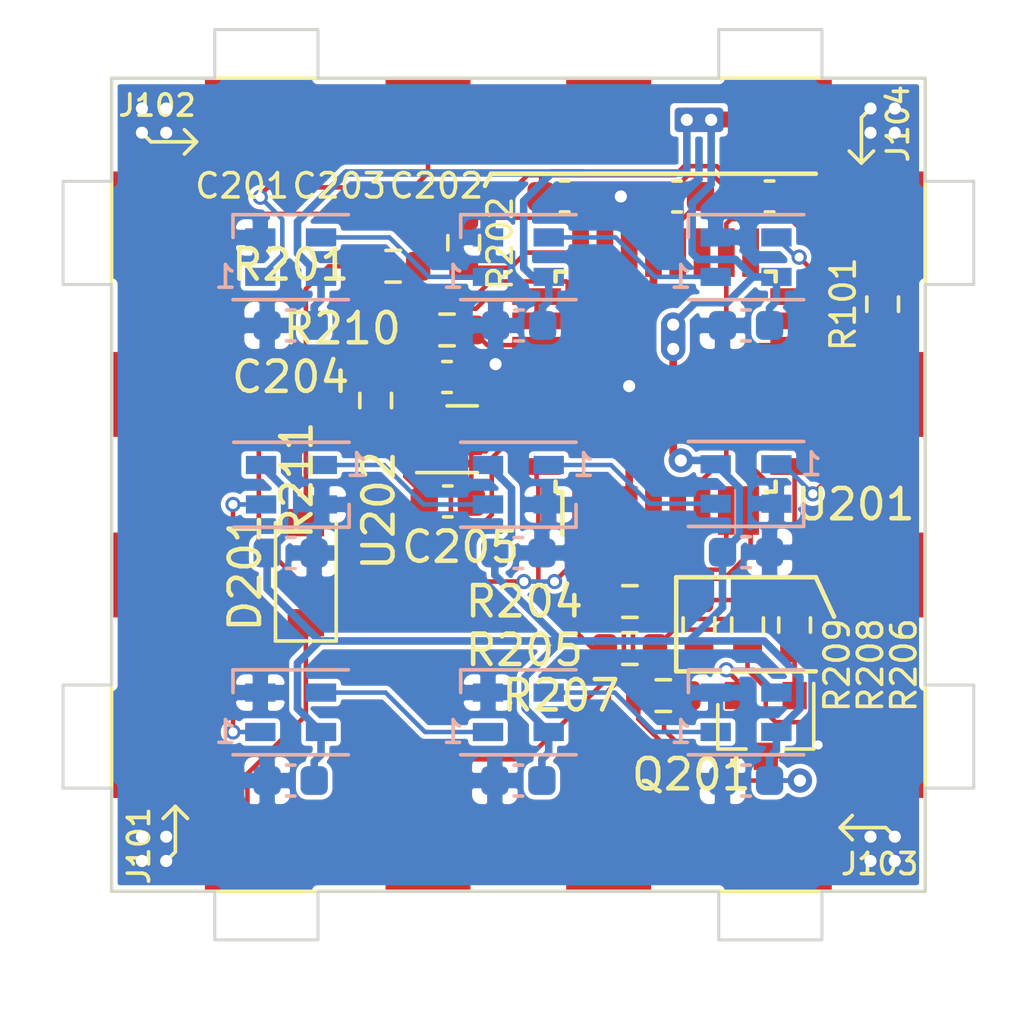
<source format=kicad_pcb>
(kicad_pcb (version 20211014) (generator pcbnew)

  (general
    (thickness 1.6)
  )

  (paper "A4")
  (layers
    (0 "F.Cu" signal)
    (31 "B.Cu" signal)
    (32 "B.Adhes" user "B.Adhesive")
    (33 "F.Adhes" user "F.Adhesive")
    (34 "B.Paste" user)
    (35 "F.Paste" user)
    (36 "B.SilkS" user "B.Silkscreen")
    (37 "F.SilkS" user "F.Silkscreen")
    (38 "B.Mask" user)
    (39 "F.Mask" user)
    (40 "Dwgs.User" user "User.Drawings")
    (41 "Cmts.User" user "User.Comments")
    (42 "Eco1.User" user "User.Eco1")
    (43 "Eco2.User" user "User.Eco2")
    (44 "Edge.Cuts" user)
    (45 "Margin" user)
    (46 "B.CrtYd" user "B.Courtyard")
    (47 "F.CrtYd" user "F.Courtyard")
    (48 "B.Fab" user)
    (49 "F.Fab" user)
  )

  (setup
    (pad_to_mask_clearance 0)
    (pcbplotparams
      (layerselection 0x00010fc_ffffffff)
      (disableapertmacros false)
      (usegerberextensions false)
      (usegerberattributes true)
      (usegerberadvancedattributes true)
      (creategerberjobfile true)
      (svguseinch false)
      (svgprecision 6)
      (excludeedgelayer true)
      (plotframeref false)
      (viasonmask false)
      (mode 1)
      (useauxorigin false)
      (hpglpennumber 1)
      (hpglpenspeed 20)
      (hpglpendiameter 15.000000)
      (dxfpolygonmode true)
      (dxfimperialunits true)
      (dxfusepcbnewfont true)
      (psnegative false)
      (psa4output false)
      (plotreference true)
      (plotvalue true)
      (plotinvisibletext false)
      (sketchpadsonfab false)
      (subtractmaskfromsilk false)
      (outputformat 1)
      (mirror false)
      (drillshape 1)
      (scaleselection 1)
      (outputdirectory "")
    )
  )

  (net 0 "")
  (net 1 "GND")
  (net 2 "VCPU")
  (net 3 "VAUX")
  (net 4 "VLED")
  (net 5 "Net-(D201-Pad2)")
  (net 6 "+BATT")
  (net 7 "/led_substring_digital/DIN")
  (net 8 "/LED_DOUT")
  (net 9 "/USB_DM")
  (net 10 "/USB_DP")
  (net 11 "/~{VLED_EN}")
  (net 12 "/~{CHG_ACTIVE}")
  (net 13 "/~{BTN}")
  (net 14 "VBUS")
  (net 15 "Net-(Q201-Pad1)")
  (net 16 "/BATT_SENSE")
  (net 17 "/~{BATT_SENSE_EN}")
  (net 18 "/MCU_DM")
  (net 19 "/MCU_DP")
  (net 20 "/LED_DIN")
  (net 21 "/VBUS_SENSE")
  (net 22 "/AXL_SDA")
  (net 23 "/AXL_SCL")
  (net 24 "/~{RESET}")
  (net 25 "Net-(U201-Pad22)")
  (net 26 "Net-(U201-Pad19)")
  (net 27 "/AXL_INT2")
  (net 28 "/AXL_INT1")
  (net 29 "Net-(U201-Pad17)")
  (net 30 "Net-(U201-Pad16)")
  (net 31 "Net-(U201-Pad15)")
  (net 32 "Net-(U201-Pad13)")
  (net 33 "Net-(U201-Pad12)")
  (net 34 "Net-(U201-Pad30)")
  (net 35 "Net-(U201-Pad11)")
  (net 36 "Net-(U201-Pad10)")
  (net 37 "Net-(C203-Pad1)")
  (net 38 "Net-(C205-Pad1)")
  (net 39 "Net-(D202-Pad1)")
  (net 40 "Net-(D203-Pad1)")
  (net 41 "Net-(D203-Pad3)")
  (net 42 "Net-(D204-Pad1)")
  (net 43 "Net-(D204-Pad3)")
  (net 44 "Net-(D205-Pad1)")
  (net 45 "Net-(D206-Pad1)")
  (net 46 "Net-(D207-Pad1)")
  (net 47 "Net-(J102-Pad3)")

  (footprint "Capacitor_SMD:C_0603_1608Metric" (layer "F.Cu") (at 153.525 90.55 180))

  (footprint "Diode_SMD:D_SOD-123" (layer "F.Cu") (at 141.3 102.95 90))

  (footprint "leddie_parts:leddie_edgecon" (layer "F.Cu") (at 148.3 111.95 -90))

  (footprint "leddie_parts:leddie_edgecon" (layer "F.Cu") (at 160.2 100.05))

  (footprint "Resistor_SMD:R_0603_1608Metric" (layer "F.Cu") (at 144.175 92.85))

  (footprint "Resistor_SMD:R_0603_1608Metric" (layer "F.Cu") (at 146.5 92.075 -90))

  (footprint "Resistor_SMD:R_0603_1608Metric" (layer "F.Cu") (at 160.3 94.1 90))

  (footprint "Package_QFP:TQFP-32_7x7mm_P0.8mm" (layer "F.Cu") (at 153.15 96.65 90))

  (footprint "Package_DFN_QFN:DFN-10_2x2mm_P0.4mm" (layer "F.Cu") (at 145.95 98.55))

  (footprint "Resistor_SMD:R_0603_1608Metric" (layer "F.Cu") (at 143.6 97.275 -90))

  (footprint "Resistor_SMD:R_0603_1608Metric" (layer "F.Cu") (at 145.95 94.95))

  (footprint "Capacitor_SMD:C_0603_1608Metric" (layer "F.Cu") (at 145.95 96.5))

  (footprint "Capacitor_SMD:C_0603_1608Metric" (layer "F.Cu") (at 145.975 100.6))

  (footprint "Capacitor_SMD:C_0603_1608Metric" (layer "F.Cu") (at 156.575 90.55 180))

  (footprint "Capacitor_SMD:C_0603_1608Metric" (layer "F.Cu") (at 149.825 90.55))

  (footprint "Resistor_SMD:R_0603_1608Metric" (layer "F.Cu") (at 153.075 107))

  (footprint "Resistor_SMD:R_0603_1608Metric" (layer "F.Cu") (at 157.4 104.675 90))

  (footprint "Package_TO_SOT_SMD:SOT-23" (layer "F.Cu") (at 156.45 108 -90))

  (footprint "Resistor_SMD:R_0603_1608Metric" (layer "F.Cu") (at 155.85 104.675 90))

  (footprint "Resistor_SMD:R_0603_1608Metric" (layer "F.Cu") (at 154.25 104.675 -90))

  (footprint "Resistor_SMD:R_0603_1608Metric" (layer "F.Cu") (at 151.975 105.45))

  (footprint "Resistor_SMD:R_0603_1608Metric" (layer "F.Cu") (at 151.975 103.9))

  (footprint "leddie_parts:leddie_edgecon" (layer "F.Cu") (at 136.4 100.05 180))

  (footprint "leddie_parts:leddie_edgecon" (layer "F.Cu") (at 148.3 88.15 90))

  (footprint "Capacitor_SMD:C_0603_1608Metric" (layer "B.Cu") (at 155.8 109.8 180))

  (footprint "Capacitor_SMD:C_0603_1608Metric" (layer "B.Cu") (at 140.8 102.3))

  (footprint "Capacitor_SMD:C_0603_1608Metric" (layer "B.Cu") (at 155.8 94.8 180))

  (footprint "Capacitor_SMD:C_0603_1608Metric" (layer "B.Cu") (at 148.3 109.8 180))

  (footprint "Capacitor_SMD:C_0603_1608Metric" (layer "B.Cu") (at 148.3 102.3))

  (footprint "Capacitor_SMD:C_0603_1608Metric" (layer "B.Cu") (at 148.325 94.8 180))

  (footprint "Capacitor_SMD:C_0603_1608Metric" (layer "B.Cu") (at 140.8 109.8 180))

  (footprint "Capacitor_SMD:C_0603_1608Metric" (layer "B.Cu") (at 155.8 102.275))

  (footprint "Capacitor_SMD:C_0603_1608Metric" (layer "B.Cu") (at 140.8 94.8 180))

  (footprint "LED_SMD:LED_SK6805_PLCC4_2.4x2.7mm_P1.3mm" (layer "B.Cu") (at 140.825 100.05 180))

  (footprint "LED_SMD:LED_SK6805_PLCC4_2.4x2.7mm_P1.3mm" (layer "B.Cu") (at 155.8 92.55))

  (footprint "LED_SMD:LED_SK6805_PLCC4_2.4x2.7mm_P1.3mm" (layer "B.Cu") (at 148.3 107.55))

  (footprint "LED_SMD:LED_SK6805_PLCC4_2.4x2.7mm_P1.3mm" (layer "B.Cu") (at 148.3 100.05 180))

  (footprint "LED_SMD:LED_SK6805_PLCC4_2.4x2.7mm_P1.3mm" (layer "B.Cu") (at 148.3 92.55))

  (footprint "LED_SMD:LED_SK6805_PLCC4_2.4x2.7mm_P1.3mm" (layer "B.Cu") (at 140.8 107.55))

  (footprint "LED_SMD:LED_SK6805_PLCC4_2.4x2.7mm_P1.3mm" (layer "B.Cu") (at 155.8 100.025 180))

  (footprint "LED_SMD:LED_SK6805_PLCC4_2.4x2.7mm_P1.3mm" (layer "B.Cu") (at 140.8 92.55))

  (footprint "LED_SMD:LED_SK6805_PLCC4_2.4x2.7mm_P1.3mm" (layer "B.Cu") (at 155.8 107.55))

  (gr_line (start 147.4 89.8) (end 147.2 90.2) (layer "F.SilkS") (width 0.15) (tstamp 1a32a56c-4f37-4a67-8dd8-fffe082ad1ab))
  (gr_line (start 158.1 89.8) (end 147.4 89.8) (layer "F.SilkS") (width 0.15) (tstamp 1bd49b42-9a45-44e7-9c12-f1780006119d))
  (gr_line (start 153.5 106.2) (end 158.1 106.2) (layer "F.SilkS") (width 0.15) (tstamp 202f82ae-bc77-4890-ad08-6c8d1a19e5ac))
  (gr_line (start 158.1 103.1) (end 158.7 104.4) (layer "F.SilkS") (width 0.15) (tstamp 5f40babe-2d4c-43bb-a650-18e952208c9f))
  (gr_line (start 153.5 103.1) (end 153.5 106.2) (layer "F.SilkS") (width 0.15) (tstamp a66e75bc-1b33-4636-809f-9063f539d0e6))
  (gr_line (start 153.5 103.1) (end 158.1 103.1) (layer "F.SilkS") (width 0.15) (tstamp bdfbde8b-7e59-4314-a85c-3a8cb8454e47))
  (gr_line (start 134.9 86.65) (end 161.7 86.65) (layer "Dwgs.User") (width 0.15) (tstamp 00000000-0000-0000-0000-000060e1ac2d))
  (gr_line (start 134.9 113.45) (end 134.9 86.65) (layer "Dwgs.User") (width 0.15) (tstamp 00000000-0000-0000-0000-000060e1ac37))
  (gr_line (start 161.7 86.65) (end 161.7 113.45) (layer "Dwgs.User") (width 0.15) (tstamp 00000000-0000-0000-0000-000060e1ac3c))
  (gr_line (start 161.7 113.45) (end 134.9 113.45) (layer "Dwgs.User") (width 0.15) (tstamp 00000000-0000-0000-0000-000060e1ac3d))
  (gr_line (start 155.8 84.15) (end 155.8 117.35) (layer "Dwgs.User") (width 0.15) (tstamp 00000000-0000-0000-0000-000061224c2b))
  (gr_line (start 140.8 84.15) (end 140.8 117.35) (layer "Dwgs.User") (width 0.15) (tstamp 00000000-0000-0000-0000-000061224c2c))
  (gr_line (start 148.3 84.15) (end 148.3 117.35) (layer "Dwgs.User") (width 0.15) (tstamp 00000000-0000-0000-0000-000061224c2d))
  (gr_line (start 131.3 100.05) (end 164.5 100.05) (layer "Dwgs.User") (width 0.15) (tstamp 00000000-0000-0000-0000-000061224c2e))
  (gr_line (start 131.3 92.55) (end 164.5 92.55) (layer "Dwgs.User") (width 0.15) (tstamp 00000000-0000-0000-0000-000061224c2f))
  (gr_line (start 131.7 107.55) (end 164.9 107.55) (layer "Dwgs.User") (width 0.15) (tstamp 00000000-0000-0000-0000-0000612274da))
  (gr_line (start 161.7 110.05) (end 161.7 113.45) (layer "Edge.Cuts") (width 0.1) (tstamp 00000000-0000-0000-0000-000060e1ac29))
  (gr_line (start 161.7 93.45) (end 161.7 106.65) (layer "Edge.Cuts") (width 0.1) (tstamp 00000000-0000-0000-0000-000060e1ac2a))
  (gr_line (start 138.3 113.45) (end 138.3 115.05) (layer "Edge.Cuts") (width 0.1) (tstamp 00000000-0000-0000-0000-000060e1ac2b))
  (gr_line (start 154.9 115.05) (end 154.9 113.45) (layer "Edge.Cuts") (width 0.1) (tstamp 00000000-0000-0000-0000-000060e1ac2c))
  (gr_line (start 141.7 85.05) (end 141.7 86.65) (layer "Edge.Cuts") (width 0.1) (tstamp 00000000-0000-0000-0000-000060e1ac2e))
  (gr_line (start 158.3 86.65) (end 158.3 85.05) (layer "Edge.Cuts") (width 0.1) (tstamp 00000000-0000-0000-0000-000060e1ac2f))
  (gr_line (start 133.3 90.05) (end 133.3 93.45) (layer "Edge.Cuts") (width 0.1) (tstamp 00000000-0000-0000-0000-000060e1ac30))
  (gr_line (start 133.3 93.45) (end 134.9 93.45) (layer "Edge.Cuts") (width 0.1) (tstamp 00000000-0000-0000-0000-000060e1ac31))
  (gr_line (start 134.9 106.65) (end 134.9 93.45) (layer "Edge.Cuts") (width 0.1) (tstamp 00000000-0000-0000-0000-000060e1ac32))
  (gr_line (start 134.9 90.05) (end 134.9 86.65) (layer "Edge.Cuts") (width 0.1) (tstamp 00000000-0000-0000-0000-000060e1ac33))
  (gr_line (start 133.3 106.65) (end 133.3 110.05) (layer "Edge.Cuts") (width 0.1) (tstamp 00000000-0000-0000-0000-000060e1ac34))
  (gr_line (start 133.3 110.05) (end 134.9 110.05) (layer "Edge.Cuts") (width 0.1) (tstamp 00000000-0000-0000-0000-000060e1ac35))
  (gr_line (start 134.9 110.05) (end 134.9 113.45) (layer "Edge.Cuts") (width 0.1) (tstamp 00000000-0000-0000-0000-000060e1ac36))
  (gr_line (start 133.3 106.65) (end 134.9 106.65) (layer "Edge.Cuts") (width 0.1) (tstamp 00000000-0000-0000-0000-000060e1ac38))
  (gr_line (start 134.9 90.05) (end 133.3 90.05) (layer "Edge.Cuts") (width 0.1) (tstamp 00000000-0000-0000-0000-000060e1ac39))
  (gr_line (start 163.3 90.05) (end 161.7 90.05) (layer "Edge.Cuts") (width 0.1) (tstamp 00000000-0000-0000-0000-000060e1ac3b))
  (gr_line (start 154.9 113.45) (end 141.7 113.45) (layer "Edge.Cuts") (width 0.1) (tstamp 00000000-0000-0000-0000-000060e1ac3e))
  (gr_line (start 138.3 115.05) (end 141.7 115.05) (layer "Edge.Cuts") (width 0.1) (tstamp 00000000-0000-0000-0000-000060e1ac3f))
  (gr_line (start 141.7 115.05) (end 141.7 113.45) (layer "Edge.Cuts") (width 0.1) (tstamp 00000000-0000-0000-0000-000060e1ac40))
  (gr_line (start 161.7 110.05) (end 163.3 110.05) (layer "Edge.Cuts") (width 0.1) (tstamp 00000000-0000-0000-0000-000060e1ac41))
  (gr_line (start 138.3 86.65) (end 134.9 86.65) (layer "Edge.Cuts") (width 0.1) (tstamp 00000000-0000-0000-0000-000060e1ac42))
  (gr_line (start 158.3 85.05) (end 154.9 85.05) (layer "Edge.Cuts") (width 0.1) (tstamp 00000000-0000-0000-0000-000060e1ac43))
  (gr_line (start 154.9 85.05) (end 154.9 86.65) (layer "Edge.Cuts") (width 0.1) (tstamp 00000000-0000-0000-0000-000060e1ac44))
  (gr_line (start 141.7 86.65) (end 154.9 86.65) (layer "Edge.Cuts") (width 0.1) (tstamp 00000000-0000-0000-0000-000060e1ac45))
  (gr_line (start 158.3 86.65) (end 161.7 86.65) (layer "Edge.Cuts") (width 0.1) (tstamp 00000000-0000-0000-0000-000060e1ac46))
  (gr_line (start 141.7 85.05) (end 138.3 85.05) (layer "Edge.Cuts") (width 0.1) (tstamp 00000000-0000-0000-0000-000060e1ac47))
  (gr_line (start 138.3 85.05) (end 138.3 86.65) (layer "Edge.Cuts") (width 0.1) (tstamp 00000000-0000-0000-0000-000060e1ac48))
  (gr_line (start 163.3 93.45) (end 161.7 93.45) (layer "Edge.Cuts") (width 0.1) (tstamp 00000000-0000-0000-0000-000060e1ac49))
  (gr_line (start 154.9 115.05) (end 158.3 115.05) (layer "Edge.Cuts") (width 0.1) (tstamp 00000000-0000-0000-0000-000060e1ac4a))
  (gr_line (start 158.3 115.05) (end 158.3 113.45) (layer "Edge.Cuts") (width 0.1) (tstamp 00000000-0000-0000-0000-000060e1ac4b))
  (gr_line (start 163.3 106.65) (end 161.7 106.65) (layer "Edge.Cuts") (width 0.1) (tstamp 00000000-0000-0000-0000-000060e1ac4c))
  (gr_line (start 161.7 90.05) (end 161.7 86.65) (layer "Edge.Cuts") (width 0.1) (tstamp 00000000-0000-0000-0000-000060e1ac4d))
  (gr_line (start 138.3 113.45) (end 134.9 113.45) (layer "Edge.Cuts") (width 0.1) (tstamp 00000000-0000-0000-0000-000060e1ac4e))
  (gr_line (start 158.3 113.45) (end 161.7 113.45) (layer "Edge.Cuts") (width 0.1) (tstamp 00000000-0000-0000-0000-000060e1ac54))
  (gr_line (start 163.3 93.45) (end 163.3 90.05) (layer "Edge.Cuts") (width 0.1) (tstamp 00000000-0000-0000-0000-000060e1ac55))
  (gr_line (start 163.3 110.05) (end 163.3 106.65) (layer "Edge.Cuts") (width 0.1) (tstamp 00000000-0000-0000-0000-000060e1ac56))

  (segment (start 153.55 101.85) (end 153.55 100.9) (width 0.15) (layer "F.Cu") (net 1) (tstamp 015f5586-ba76-4a98-9114-f5cd2c67134d))
  (segment (start 136.3 111.25) (end 136.3 108.975) (width 0.15) (layer "F.Cu") (net 1) (tstamp 0ba17a9b-d889-426c-b4fe-048bed6b6be8))
  (segment (start 155.411413 90.55) (end 154.711403 89.84999) (width 0.15) (layer "F.Cu") (net 1) (tstamp 0f0f7bb5-ade7-4a81-82b4-43be6a8ad05c))
  (segment (start 159.9 112.425) (end 159.525 112.05) (width 0.15) (layer "F.Cu") (net 1) (tstamp 12fa3c3f-3d14-451a-a6a8-884fd1b32fa7))
  (segment (start 147.225721 98.95) (end 147.325001 98.850721) (width 0.15) (layer "F.Cu") (net 1) (tstamp 21492bcd-343a-4b2b-b55a-b4586c11bdeb))
  (segment (start 151.95 97.365685) (end 151.95 100.9) (width 0.25) (layer "F.Cu") (net 1) (tstamp 275b6416-db29-42cc-9307-bf426917c3b4))
  (segment (start 154.25 105.5) (end 153.1 106.65) (width 0.15) (layer "F.Cu") (net 1) (tstamp 29cbb0bc-f66b-4d11-80e7-5bb270e42496))
  (segment (start 154.711403 89.84999) (end 153.888597 89.84999) (width 0.15) (layer "F.Cu") (net 1) (tstamp 2f3fba7a-cf45-4bd8-9035-07e6fa0b4732))
  (segment (start 151.95 101.85) (end 152.025001 101.925001) (width 0.15) (layer "F.Cu") (net 1) (tstamp 2f424da3-8fae-4941-bc6d-20044787372f))
  (segment (start 156.45 109) (end 157.8 109) (width 0.15) (layer "F.Cu") (net 1) (tstamp 355ced6c-c08a-4586-9a09-7a9c624536f6))
  (segment (start 159.9 88.45) (end 160 88.45) (width 0.15) (layer "F.Cu") (net 1) (tstamp 3bca658b-a598-4669-a7cb-3f9b5f47bb5a))
  (segment (start 151.949999 96.799999) (end 151.95 97.365685) (width 0.25) (layer "F.Cu") (net 1) (tstamp 3c22d605-7855-4cc6-8ad2-906cadbd02dc))
  (segment (start 147.230002 98.15) (end 146.75 98.15) (width 0.15) (layer "F.Cu") (net 1) (tstamp 3d552623-2969-4b15-8623-368144f225e9))
  (segment (start 153.1 108.125) (end 153.975 109) (width 0.15) (layer "F.Cu") (net 1) (tstamp 3ed2c840-383d-4cbd-bc3b-c4ea4c97b333))
  (segment (start 151.949999 94.850001) (end 151.949999 96.799999) (width 0.25) (layer "F.Cu") (net 1) (tstamp 4086cbd7-6ba7-4e63-8da9-17e60627ee17))
  (segment (start 151.95 100.9) (end 151.95 101.85) (width 0.15) (layer "F.Cu") (net 1) (tstamp 41485de5-6ed3-4c83-b69e-ef83ae18093c))
  (segment (start 153.188587 90.55) (end 152.75 90.55) (width 0.15) (layer "F.Cu") (net 1) (tstamp 4346fe55-f906-453a-b81a-1c013104a598))
  (segment (start 150.6 90.55) (end 151.675 90.55) (width 0.25) (layer "F.Cu") (net 1) (tstamp 465137b4-f6f7-4d51-9b40-b161947d5cc1))
  (segment (start 152.75 92.4) (end 152.75 90.55) (width 0.25) (layer "F.Cu") (net 1) (tstamp 46cbe85d-ff47-428e-b187-4ebd50a66e0c))
  (segment (start 153.474999 101.925001) (end 153.55 101.85) (width 0.15) (layer "F.Cu") (net 1) (tstamp 541721d1-074b-496e-a833-813044b3e8ca))
  (segment (start 153.888597 89.84999) (end 153.188587 90.55) (width 0.15) (layer "F.Cu") (net 1) (tstamp 5e6153e6-2c19-46de-9a8e-b310a2a07861))
  (segment (start 136.7 88.45) (end 137.15 88) (width 0.15) (layer "F.Cu") (net 1) (tstamp 63caf46e-0228-40de-b819-c6bd29dd1711))
  (segment (start 151.95 96.8) (end 151.949999 96.799999) (width 0.25) (layer "F.Cu") (net 1) (tstamp 653a86ba-a1ae-4175-9d4c-c788087956d0))
  (segment (start 153.975 109) (end 156.45 109) (width 0.15) (layer "F.Cu") (net 1) (tstamp 6a0919c2-460c-4229-b872-14e318e1ba8b))
  (segment (start 146.725 96.5) (end 147.124998 96.5) (width 0.25) (layer "F.Cu") (net 1) (tstamp 7233cb6b-d8fd-4fcd-9b4f-8b0ed19b1b12))
  (segment (start 146.725 96.5) (end 147.175 96.5) (width 0.15) (layer "F.Cu") (net 1) (tstamp 8aeae536-fd36-430e-be47-1a856eced2fc))
  (segment (start 152.75 92.4) (end 152.75 94.05) (width 0.25) (layer "F.Cu") (net 1) (tstamp 91fc5800-6029-46b1-848d-ca0091f97267))
  (segment (start 146.75 100.6) (end 146.75 99.35) (width 0.15) (layer "F.Cu") (net 1) (tstamp 92848721-49b5-4e4c-b042-6fd51e1d562f))
  (segment (start 137.15 88) (end 139.325 88) (width 0.15) (layer "F.Cu") (net 1) (tstamp 94a10cae-6ef2-4b64-9d98-fb22aa3306cc))
  (segment (start 147.325001 98.850721) (end 147.325001 98.674999) (width 0.15) (layer "F.Cu") (net 1) (tstamp 96315415-cfed-47d2-b3dd-d782358bd0df))
  (segment (start 139.325 88) (end 139.375 88.05) (width 0.15) (layer "F.Cu") (net 1) (tstamp a7fc0812-140f-4d96-9cd8-ead8c1c610b1))
  (segment (start 160 88.45) (end 160.3 88.75) (width 0.15) (layer "F.Cu") (net 1) (tstamp b7aa0362-7c9e-4a42-b191-ab15a38bf3c5))
  (segment (start 152.75 94.05) (end 151.949999 94.850001) (width 0.25) (layer "F.Cu") (net 1) (tstamp bb8162f0-99c8-4884-be5b-c0d0c7e81ff6))
  (segment (start 147.325001 96.650001) (end 147.325001 98.674999) (width 0.15) (layer "F.Cu") (net 1) (tstamp bc3b3f93-69e0-44a5-b919-319b81d13095))
  (segment (start 160.3 88.75) (end 160.3 91.125) (width 0.15) (layer "F.Cu") (net 1) (tstamp bef2abc2-bf3e-4a72-ad03-f8da3cd893cb))
  (segment (start 146.75 99.35) (end 146.75 98.95) (width 0.15) (layer "F.Cu") (net 1) (tstamp c07eebcc-30d2-439d-8030-faea6ade4486))
  (segment (start 157.8 109) (end 158.175 108.625) (width 0.15) (layer "F.Cu") (net 1) (tstamp c2dd13db-24b6-40f1-b75b-b9ab893d92ea))
  (segment (start 155.8 90.55) (end 155.411413 90.55) (width 0.15) (layer "F.Cu") (net 1) (tstamp cb1a49ef-0a06-4f40-9008-61d1d1c36198))
  (segment (start 152.025001 101.925001) (end 153.474999 101.925001) (width 0.15) (layer "F.Cu") (net 1) (tstamp d05faa1f-5f69-41bf-86d3-2cd224432e1b))
  (segment (start 159.9 112.45) (end 159.9 112.425) (width 0.15) (layer "F.Cu") (net 1) (tstamp d18f2428-546f-4066-8ffb-7653303685db))
  (segment (start 153.1 106.65) (end 153.1 108.125) (width 0.15) (layer "F.Cu") (net 1) (tstamp d1c19c11-0a13-4237-b6b4-fb2ef1db7c6d))
  (segment (start 152.75 90.55) (end 151.675 90.55) (width 0.25) (layer "F.Cu") (net 1) (tstamp d1cd5391-31d2-459f-8adb-4ae3f304a833))
  (segment (start 136.3 103.025) (end 136.3 108.975) (width 0.5) (layer "F.Cu") (net 1) (tstamp d8200a86-aa75-47a3-ad2a-7f4c9c999a6f))
  (segment (start 159.525 112.05) (end 157.225 112.05) (width 0.15) (layer "F.Cu") (net 1) (tstamp d95c6650-fcd9-4184-97fe-fde43ea5c0cd))
  (segment (start 147.124998 96.5) (end 147.549998 96.075) (width 0.25) (layer "F.Cu") (net 1) (tstamp e50c80c5-80c4-46a3-8c1e-c9c3a71a0934))
  (segment (start 147.325001 98.244999) (end 147.230002 98.15) (width 0.15) (layer "F.Cu") (net 1) (tstamp e65bab67-68b7-4b22-a939-6f2c05164d2a))
  (segment (start 147.175 96.5) (end 147.325001 96.650001) (width 0.15) (layer "F.Cu") (net 1) (tstamp eb473bfd-fc2d-4cf0-8714-6b7dd95b0a03))
  (segment (start 136.7 111.65) (end 136.3 111.25) (width 0.15) (layer "F.Cu") (net 1) (tstamp f33ec0db-ef0f-4576-8054-2833161a8f30))
  (segment (start 146.75 98.95) (end 147.225721 98.95) (width 0.15) (layer "F.Cu") (net 1) (tstamp fa20e708-ec85-4e0b-8402-f74a2724f920))
  (segment (start 147.325001 98.674999) (end 147.325001 98.244999) (width 0.15) (layer "F.Cu") (net 1) (tstamp fb35e3b1-aff6-41a7-9cf0-52694b95edeb))
  (via (at 159.9 88.45) (size 0.8) (drill 0.4) (layers "F.Cu" "B.Cu") (net 1) (tstamp 00000000-0000-0000-0000-0000612261a7))
  (via (at 159.9 87.65) (size 0.8) (drill 0.4) (layers "F.Cu" "B.Cu") (net 1) (tstamp 00000000-0000-0000-0000-0000612261a8))
  (via (at 160.7 88.45) (size 0.8) (drill 0.4) (layers "F.Cu" "B.Cu") (net 1) (tstamp 00000000-0000-0000-0000-0000612261a9))
  (via (at 160.7 87.65) (size 0.8) (drill 0.4) (layers "F.Cu" "B.Cu") (net 1) (tstamp 00000000-0000-0000-0000-0000612261aa))
  (via (at 159.9 111.65) (size 0.8) (drill 0.4) (layers "F.Cu" "B.Cu") (net 1) (tstamp 00000000-0000-0000-0000-000061228a22))
  (via (at 160.7 111.65) (size 0.8) (drill 0.4) (layers "F.Cu" "B.Cu") (net 1) (tstamp 00000000-0000-0000-0000-000061228a23))
  (via (at 160.7 112.45) (size 0.8) (drill 0.4) (layers "F.Cu" "B.Cu") (net 1) (tstamp 00000000-0000-0000-0000-000061228a24))
  (via (at 159.9 112.45) (size 0.8) (drill 0.4) (layers "F.Cu" "B.Cu") (net 1) (tstamp 00000000-0000-0000-0000-000061228a25))
  (via (at 136.7 111.65) (size 0.8) (drill 0.4) (layers "F.Cu" "B.Cu") (net 1) (tstamp 00000000-0000-0000-0000-000061228b4e))
  (via (at 136.7 112.45) (size 0.8) (drill 0.4) (layers "F.Cu" "B.Cu") (net 1) (tstamp 00000000-0000-0000-0000-000061228b50))
  (via (at 135.9 111.65) (size 0.8) (drill 0.4) (layers "F.Cu" "B.Cu") (net 1) (tstamp 00000000-0000-0000-0000-000061228b51))
  (via (at 135.9 112.45) (size 0.8) (drill 0.4) (layers "F.Cu" "B.Cu") (net 1) (tstamp 00000000-0000-0000-0000-000061228b52))
  (via (at 135.9 88.45) (size 0.8) (drill 0.4) (layers "F.Cu" "B.Cu") (net 1) (tstamp 00000000-0000-0000-0000-000061228b85))
  (via (at 135.9 87.65) (size 0.8) (drill 0.4) (layers "F.Cu" "B.Cu") (net 1) (tstamp 00000000-0000-0000-0000-000061228b86))
  (via (at 136.7 88.45) (size 0.8) (drill 0.4) (layers "F.Cu" "B.Cu") (net 1) (tstamp 00000000-0000-0000-0000-000061228b88))
  (via (at 136.7 87.65) (size 0.8) (drill 0.4) (layers "F.Cu" "B.Cu") (net 1) (tstamp 00000000-0000-0000-0000-000061228b89))
  (via (at 151.675 90.55) (size 0.8) (drill 0.4) (layers "F.Cu" "B.Cu") (net 1) (tstamp 00000000-0000-0000-0000-00006122cf56))
  (via (at 147.549998 96.075) (size 0.8) (drill 0.4) (layers "F.Cu" "B.Cu") (net 1) (tstamp 761c8e29-382a-475c-a37a-7201cc9cd0f5))
  (via (at 158.175 108.625) (size 0.5) (drill 0.3) (layers "F.Cu" "B.Cu") (net 1) (tstamp c401e9c6-1deb-4979-99be-7c801c952098))
  (via (at 151.949999 96.799999) (size 0.8) (drill 0.4) (layers "F.Cu" "B.Cu") (net 1) (tstamp df83f395-2d18-47e2-a370-952ca41c2b3a))
  (segment (start 152.825001 99.874999) (end 154.274999 99.874999) (width 0.15) (layer "F.Cu") (net 2) (tstamp 0554bea0-89b2-4e25-9ea3-4c73921c94cb))
  (segment (start 157.35 90.55) (end 156.64999 89.84999) (width 0.15) (layer "F.Cu") (net 2) (tstamp 08ec951f-e7eb-41cf-9589-697107a98e88))
  (segment (start 155.135681 89.84999) (end 154.83567 89.549979) (width 0.15) (layer "F.Cu") (net 2) (tstamp 09bbea88-8bd7-48ec-baae-1b4a9a11a40e))
  (segment (start 156.64999 89.84999) (end 155.135681 89.84999) (width 0.15) (layer "F.Cu") (net 2) (tstamp 0fb27e11-fde6-4a25-adbb-e9684771b369))
  (segment (start 149.05 89.89998) (end 149.09999 89.84999) (width 0.15) (layer "F.Cu") (net 2) (tstamp 13ac70df-e9b9-44e5-96e6-20f0b0dc6a3a))
  (segment (start 149.05 90.55) (end 149.05 89.89998) (width 0.15) (layer "F.Cu") (net 2) (tstamp 24adc223-60f0-4497-98a3-d664c5a13280))
  (segment (start 157.35 90.55) (end 157.35 91.25) (width 0.15) (layer "F.Cu") (net 2) (tstamp 278a91dc-d57d-4a5c-a045-34b6bd84131f))
  (segment (start 136.375 91.2) (end 136.3 91.125) (width 0.15) (layer "F.Cu") (net 2) (tstamp 29126f72-63f7-4275-8b12-6b96a71c6f17))
  (segment (start 160.3 93.275) (end 159.244998 93.275) (width 0.15) (layer "F.Cu") (net 2) (tstamp 2ea8fa6f-efc3-40fe-bcf9-05bfa46ead4f))
  (segment (start 154.83567 89.549979) (end 153.76433 89.549979) (width 0.15) (layer "F.Cu") (net 2) (tstamp 41c18011-40db-4384-9ba4-c0158d0d9d6a))
  (segment (start 155.3 91.3) (end 155.15 91.45) (width 0.15) (layer "F.Cu") (net 2) (tstamp 4641c87c-bffa-41fe-ae77-be3a97a6f797))
  (segment (start 157.3 91.3) (end 155.3 91.3) (width 0.15) (layer "F.Cu") (net 2) (tstamp 4cc0e615-05a0-4f42-a208-4011ba8ef841))
  (segment (start 155.15 92.4) (end 155.15 99.1) (width 0.15) (layer "F.Cu") (net 2) (tstamp 4cfd9a02-97ef-4af4-a6b8-db9be1a8fda5))
  (segment (start 153.76433 89.549979) (end 153.464319 89.84999) (width 0.15) (layer "F.Cu") (net 2) (tstamp 56d2bc5d-fd72-4542-ab0f-053a5fd60efa))
  (segment (start 136.3 91.125) (end 144.325 91.125) (width 0.15) (layer "F.Cu") (net 2) (tstamp 631c7be5-8dc2-4df4-ab73-737bb928e763))
  (segment (start 144.82501 90.62499) (end 147.82501 90.62499) (width 0.15) (layer "F.Cu") (net 2) (tstamp 6d2a06fb-0b1e-452a-ab38-11a5f45e1b32))
  (segment (start 155.15 99.1) (end 154.35 99.9) (width 0.15) (layer "F.Cu") (net 2) (tstamp 751d823e-1d7b-4501-9658-d06d459b0e16))
  (segment (start 154.274999 99.874999) (end 154.35 99.95) (width 0.15) (layer "F.Cu") (net 2) (tstamp 88606262-3ac5-44a1-aacc-18b26cf4d396))
  (segment (start 152.75 99.95) (end 152.825001 99.874999) (width 0.15) (layer "F.Cu") (net 2) (tstamp 8d063f79-9282-4820-bcf4-1ff3c006cf08))
  (segment (start 148.60001 89.84999) (end 149.09999 89.84999) (width 0.15) (layer "F.Cu") (net 2) (tstamp 929a9b03-e99e-4b88-8e16-759f8c6b59a5))
  (segment (start 157.35 91.25) (end 157.3 91.3) (width 0.15) (layer "F.Cu") (net 2) (tstamp 98966de3-2364-43d8-a2e0-b03bb9487b03))
  (segment (start 159.244998 93.275) (end 157.35 91.380002) (width 0.15) (layer "F.Cu") (net 2) (tstamp 9da1ace0-4181-4f12-80f8-16786a9e5c07))
  (segment (start 152.75 100.9) (end 152.75 99.95) (width 0.15) (layer "F.Cu") (net 2) (tstamp af186015-d283-4209-aade-a247e5de01df))
  (segment (start 147.82501 90.62499) (end 148.60001 89.84999) (width 0.15) (layer "F.Cu") (net 2) (tstamp b21299b9-3c4d-43df-b399-7f9b08eb5470))
  (segment (start 144.325 91.125) (end 144.82501 90.62499) (width 0.15) (layer "F.Cu") (net 2) (tstamp c210293b-1d7a-4e96-92e9-058784106727))
  (segment (start 153.464319 89.84999) (end 149.09999 89.84999) (width 0.15) (layer "F.Cu") (net 2) (tstamp c512fed3-9770-476b-b048-e781b4f3cd72))
  (segment (start 154.35 99.95) (end 154.35 100.9) (width 0.15) (layer "F.Cu") (net 2) (tstamp cd1cff81-9d8a-4511-96d6-4ddb79484001))
  (segment (start 155.15 91.45) (end 155.15 92.4) (width 0.15) (layer "F.Cu") (net 2) (tstamp da546d77-4b03-4562-8fc6-837fd68e7691))
  (segment (start 157.35 91.380002) (end 157.35 90.55) (width 0.15) (layer "F.Cu") (net 2) (tstamp e2fac877-439c-4da0-af2e-5fdc70f85d42))
  (segment (start 154.35 99.9) (end 154.35 100.9) (width 0.15) (layer "F.Cu") (net 2) (tstamp fc2e9f96-3bed-4896-b995-f56e799f1c77))
  (segment (start 148.9 93.85) (end 147.3 93.85) (width 0.15) (layer "F.Cu") (net 3) (tstamp 099473f1-6598-46ff-a50f-4c520832170d))
  (segment (start 147.3 93.85) (end 146.90001 94.24999) (width 0.15) (layer "F.Cu") (net 3) (tstamp 1876c30c-72b2-4a8d-9f32-bf8b213530b4))
  (segment (start 145.125 94.95) (end 145.125 96.45) (width 0.15) (layer "F.Cu") (net 3) (tstamp 4bbde53d-6894-4e18-9480-84a6a26d5f6b))
  (segment (start 145.725001 97.825001) (end 145.65 97.75) (width 0.15) (layer "F.Cu") (net 3) (tstamp 54ed3ee1-891b-418e-ab9c-6a18747d7388))
  (segment (start 145.65 97.75) (end 145.15 97.75) (width 0.15) (layer "F.Cu") (net 3) (tstamp 749d9ed0-2ff2-4b55-abc5-f7231ec3aa28))
  (segment (start 146.75 98.55) (end 146.054281 98.55) (width 0.15) (layer "F.Cu") (net 3) (tstamp 8a8c373f-9bc3-4cf7-8f41-4802da916698))
  (segment (start 145.35001 94.24999) (end 146.90001 94.24999) (width 0.15) (layer "F.Cu") (net 3) (tstamp 9112ddd5-10d5-48b8-954f-f1d5adcacbd9))
  (segment (start 146.054281 98.55) (end 145.725001 98.22072) (width 0.15) (layer "F.Cu") (net 3) (tstamp 92761c09-a591-4c8e-af4d-e0e2262cb01d))
  (segment (start 145.725001 98.22072) (end 145.725001 97.825001) (width 0.15) (layer "F.Cu") (net 3) (tstamp aadc3df5-0e2d-4f3d-b72e-6f184da74c89))
  (segment (start 145.175 96.5) (end 145.175 97.725) (width 0.15) (layer "F.Cu") (net 3) (tstamp af76ce95-feca-41fb-bf31-edaa26d6766a))
  (segment (start 145.125 94.475) (end 145.35001 94.24999) (width 0.15) (layer "F.Cu") (net 3) (tstamp c3d5daf8-d359-42b2-a7c2-0d080ba7e212))
  (segment (start 148.9 93.85) (end 148.9 94.65) (width 0.15) (layer "F.Cu") (net 3) (tstamp ca9b74ce-0dee-401c-9544-f599f4cf538d))
  (segment (start 145.125 94.95) (end 145.125 94.475) (width 0.15) (layer "F.Cu") (net 3) (tstamp d3dd7cdb-b730-487d-804d-99150ba318ef))
  (segment (start 143.6 96.45) (end 145.125 96.45) (width 0.15) (layer "F.Cu") (net 3) (tstamp e11ae5a5-aa10-4f10-b346-f16e33c7899a))
  (segment (start 145.125 96.45) (end 145.175 96.5) (width 0.15) (layer "F.Cu") (net 3) (tstamp f23ac723-a36d-491d-9473-7ec0ffed332d))
  (segment (start 145.175 97.725) (end 145.15 97.75) (width 0.15) (layer "F.Cu") (net 3) (tstamp fd60415a-f01a-46c5-9369-ea970e435e5b))
  (segment (start 157.175 88) (end 157.225 88.05) (width 0.25) (layer "F.Cu") (net 4) (tstamp 0c5dddf1-38df-43d2-b49c-e7b691dab0ab))
  (segment (start 153.4 94.775) (end 153.4 95.575) (width 0.8) (layer "F.Cu") (net 4) (tstamp 15189cef-9045-423b-b4f6-a763d4e75704))
  (segment (start 152.25 107) (end 152.25 107.769988) (width 0.15) (layer "F.Cu") (net 4) (tstamp 2102c637-9f11-48f1-aae6-b4139dc22be2))
  (segment (start 154.280012 109.8) (end 157.575 109.8) (width 0.15) (layer "F.Cu") (net 4) (tstamp 272c2a78-b5f5-4b61-aed3-ec69e0e92729))
  (segment (start 152.25 107.769988) (end 154.280012 109.8) (width 0.15) (layer "F.Cu") (net 4) (tstamp 3f2a6679-91d7-4b6c-bf5c-c4d5abb2bc44))
  (segment (start 153.4 94.775) (end 153.4 98.999999) (width 0.25) (layer "F.Cu") (net 4) (tstamp a686ed7c-c2d1-4d29-9d54-727faf9fd6bf))
  (segment (start 155.075 88) (end 157.175 88) (width 0.25) (layer "F.Cu") (net 4) (tstamp ca56e1ad-54bf-4df5-a4f7-99f5d61d0de9))
  (segment (start 153.4 98.999999) (end 153.65 99.249999) (width 0.25) (layer "F.Cu") (net 4) (tstamp dd70858b-2f9a-4b3f-9af5-ead3a9ba57e9))
  (via (at 154.65 88.025) (size 0.8) (drill 0.4) (layers "F.Cu" "B.Cu") (net 4) (tstamp 00000000-0000-0000-0000-000061229331))
  (via (at 153.85 88.025) (size 0.8) (drill 0.4) (layers "F.Cu" "B.Cu") (net 4) (tstamp 00000000-0000-0000-0000-000061229332))
  (via (at 153.4 95.575) (size 0.8) (drill 0.4) (layers "F.Cu" "B.Cu") (net 4) (tstamp 00000000-0000-0000-0000-00006122e57d))
  (via (at 157.575 109.8) (size 0.8) (drill 0.4) (layers "F.Cu" "B.Cu") (net 4) (tstamp 113ffcdf-4c54-4e37-81dc-f91efa934ba7))
  (via (at 153.4 94.775) (size 0.8) (drill 0.4) (layers "F.Cu" "B.Cu") (net 4) (tstamp 3a1a39fc-8030-4c93-9d9c-d79ba6824099))
  (via (at 153.65 99.249999) (size 0.8) (drill 0.4) (layers "F.Cu" "B.Cu") (net 4) (tstamp 49b5f540-e128-4e08-bb09-f321f8e64056))
  (segment (start 153.4 94.775) (end 153.4 95.575) (width 0.8) (layer "B.Cu") (net 4) (tstamp 00000000-0000-0000-0000-00006122ea0c))
  (segment (start 154.674999 99.249999) (end 154.8 99.375) (width 0.25) (layer "B.Cu") (net 4) (tstamp 000b46d6-b833-4804-8f56-56d539f76d09))
  (segment (start 154.65 90.15) (end 154.65 88.025) (width 0.25) (layer "B.Cu") (net 4) (tstamp 022502e0-e724-4b75-bc35-3c5984dbeb76))
  (segment (start 141.575 109.175) (end 141.8 108.95) (width 0.25) (layer "B.Cu") (net 4) (tstamp 0ce1dd44-f307-4f98-9f0d-478fd87daa64))
  (segment (start 147.525 103.025) (end 149.7 105.2) (width 0.25) (layer "B.Cu") (net 4) (tstamp 0e32af77-726b-4e11-9f99-2e2484ba9e9b))
  (segment (start 147.525 102.3) (end 147.525 103.025) (width 0.25) (layer "B.Cu") (net 4) (tstamp 152cd84e-bbed-4df5-a866-d1ab977b0966))
  (segment (start 149.1 94.2) (end 149.3 94) (width 0.25) (layer "B.Cu") (net 4) (tstamp 15699041-ed40-45ee-87d8-f5e206a88536))
  (segment (start 141.8 93.2) (end 141.024999 92.424999) (width 0.25) (layer "B.Cu") (net 4) (tstamp 1855ca44-ab48-4b76-a210-97fc81d916c4))
  (segment (start 156.575 94.225) (end 156.8 94) (width 0.25) (layer "B.Cu") (net 4) (tstamp 199124ca-dd64-45cf-a063-97cc545cbea7))
  (segment (start 149.1 94.8) (end 149.1 94.2) (width 0.25) (layer "B.Cu") (net 4) (tstamp 1bd80cf9-f42a-4aee-a408-9dbf4e81e625))
  (segment (start 153.925 105.2) (end 155.025 104.1) (width 0.25) (layer "B.Cu") (net 4) (tstamp 1bf7d0f9-0dcf-4d7c-b58c-318e3dc42bc9))
  (segment (start 141.75 105.2) (end 141.024999 105.925001) (width 0.25) (layer "B.Cu") (net 4) (tstamp 1cacb878-9da4-41fc-aa80-018bc841e19a))
  (segment (start 140.025 102.3) (end 140.025 103.475) (width 0.25) (layer "B.Cu") (net 4) (tstamp 1de61170-5337-44c5-ba28-bd477db4bff1))
  (segment (start 157.575001 107.424999) (end 157.575001 106.379999) (width 0.25) (layer "B.Cu") (net 4) (tstamp 247ebffd-2cb6-4379-ba6e-21861fea3913))
  (segment (start 141.024999 91.379999) (end 142.629998 89.775) (width 0.25) (layer "B.Cu") (net 4) (tstamp 254f7cc6-cee1-44ca-9afe-939b318201aa))
  (segment (start 141.8 93.95) (end 141.8 93.2) (width 0.25) (layer "B.Cu") (net 4) (tstamp 26a22c19-4cc5-4237-9651-0edc4f854154))
  (segment (start 148.475 92.9) (end 148.775 93.2) (width 0.25) (layer "B.Cu") (net 4) (tstamp 2b25e886-ded1-450a-ada1-ece4208052e4))
  (segment (start 156.8 93.2) (end 156.025002 93.2) (width 0.25) (layer "B.Cu") (net 4) (tstamp 2ee28fa9-d785-45a1-9a1b-1be02ad8cd0b))
  (segment (start 153.85 89.775) (end 153.85 88.025) (width 0.25) (layer "B.Cu") (net 4) (tstamp 2eea20e6-112c-411a-b615-885ae773135a))
  (segment (start 142.629998 89.775) (end 150.425 89.775) (width 0.25) (layer "B.Cu") (net 4) (tstamp 3457afc5-3e4f-4220-81d1-b079f653a722))
  (segment (start 140.600001 101.724999) (end 140.600001 100.175001) (width 0.25) (layer "B.Cu") (net 4) (tstamp 3b65c51e-c243-447e-bee9-832d94c1630e))
  (segment (start 156.8 108.8) (end 156.8 108.2) (width 0.25) (layer "B.Cu") (net 4) (tstamp 3bbbbb7d-391c-4fee-ac81-3c47878edc38))
  (segment (start 140.600001 100.175001) (end 139.825 99.4) (width 0.25) (layer "B.Cu") (net 4) (tstamp 402c62e6-8d8e-473a-a0cf-2b86e4908cd7))
  (segment (start 150.425 89.775) (end 149.4 89.775) (width 0.25) (layer "B.Cu") (net 4) (tstamp 456c5e47-d71e-4708-b061-1e61634d8648))
  (segment (start 141.575 109.8) (end 141.575 109.175) (width 0.25) (layer "B.Cu") (net 4) (tstamp 4970ec6e-3725-4619-b57d-dc2c2cb86ed0))
  (segment (start 150.425 89.775) (end 153.85 89.775) (width 0.25) (layer "B.Cu") (net 4) (tstamp 49fec31e-3712-4229-8142-b191d90a97d0))
  (segment (start 156.575 109.025) (end 156.8 108.8) (width 0.25) (layer "B.Cu") (net 4) (tstamp 4a53fa56-d65b-42a4-a4be-8f49c4c015bb))
  (segment (start 149.547998 105.2) (end 141.75 105.2) (width 0.25) (layer "B.Cu") (net 4) (tstamp 4ce9470f-5633-41bf-89ac-74a810939893))
  (segment (start 141.024999 107.424999) (end 141.8 108.2) (width 0.25) (layer "B.Cu") (net 4) (tstamp 51cc007a-3378-4ce3-909c-71e94822f8d1))
  (segment (start 141.024999 105.925001) (end 141.024999 107.424999) (width 0.25) (layer "B.Cu") (net 4) (tstamp 5576cd03-3bad-40c5-9316-1d286895d52a))
  (segment (start 156.8 94) (end 156.8 93.2) (width 0.25) (layer "B.Cu") (net 4) (tstamp 57f248a7-365e-4c42-b80d-5a7d1f9dfaf3))
  (segment (start 149.3 108.2) (end 148.524999 107.424999) (width 0.25) (layer "B.Cu") (net 4) (tstamp 58390862-1833-41dd-9c4e-98073ea0da33))
  (segment (start 155.575001 100.150001) (end 154.8 99.375) (width 0.25) (layer "B.Cu") (net 4) (tstamp 5bab6a37-1fdf-4cf8-b571-44c962ed86e9))
  (segment (start 148.524999 107.424999) (end 148.524999 106.379999) (width 0.25) (layer "B.Cu") (net 4) (tstamp 5e755161-24a5-4650-a6e3-9836bf074412))
  (segment (start 141.024999 92.424999) (end 141.024999 91.379999) (width 0.25) (layer "B.Cu") (net 4) (tstamp 5f48b0f2-82cf-40ce-afac-440f97643c36))
  (segment (start 149.075 109.8) (end 149.075 109.1) (width 0.25) (layer "B.Cu") (net 4) (tstamp 6150c02b-beb5-4af1-951e-3666a285a6ea))
  (segment (start 155.17501 94.04999) (end 154.12501 94.04999) (width 0.25) (layer "B.Cu") (net 4) (tstamp 62f15a9a-9893-486e-9ad0-ea43f88fc9e7))
  (segment (start 155.450001 92.624999) (end 154.229997 92.624999) (width 0.25) (layer "B.Cu") (net 4) (tstamp 66ca01b3-51ff-4294-9b77-4492e98f6aec))
  (segment (start 155.575001 101.724999) (end 155.575001 100.150001) (width 0.25) (layer "B.Cu") (net 4) (tstamp 706c1cb9-5d96-4282-9efc-6147f0125147))
  (segment (start 154.12501 94.04999) (end 153.4 94.775) (width 0.25) (layer "B.Cu") (net 4) (tstamp 7273dd21-e834-41d3-b279-d7de727709ca))
  (segment (start 149.075 109.1) (end 149.3 108.875) (width 0.25) (layer "B.Cu") (net 4) (tstamp 755f94aa-38f0-4a64-a7c7-6c71cb18cddf))
  (segment (start 149.3 94) (end 149.3 93.2) (width 0.25) (layer "B.Cu") (net 4) (tstamp 80095e91-6317-4cfb-9aea-884c9a1accc5))
  (segment (start 156.8 108.2) (end 157.575001 107.424999) (width 0.25) (layer "B.Cu") (net 4) (tstamp 83184391-76ed-44f0-8cd0-01f89f157bdb))
  (segment (start 148.075001 100.175001) (end 147.3 99.4) (width 0.25) (layer "B.Cu") (net 4) (tstamp 88deea08-baa5-4041-beb7-01c299cf00e6))
  (segment (start 149.7 105.2) (end 149.75 105.2) (width 0.25) (layer "B.Cu") (net 4) (tstamp 8a427111-6480-4b0c-b097-d8b6a0ee1819))
  (segment (start 155.025 104.1) (end 155.025 102.275) (width 0.25) (layer "B.Cu") (net 4) (tstamp 9208ea78-8dde-4b3d-91e9-5755ab5efd9a))
  (segment (start 147.525 102.3) (end 148.075001 101.749999) (width 0.25) (layer "B.Cu") (net 4) (tstamp 92f063a3-7cce-4a96-8a3a-cf5767f700c6))
  (segment (start 157.575001 106.379999) (end 156.395002 105.2) (width 0.25) (layer "B.Cu") (net 4) (tstamp 94d24676-7ae3-483c-8bd6-88d31adf00b4))
  (segment (start 153.875 105.2) (end 153.925 105.2) (width 0.25) (layer "B.Cu") (net 4) (tstamp 966ee9ec-860e-45bb-af89-30bda72b2032))
  (segment (start 141.575 94.8) (end 141.575 94.175) (width 0.25) (layer "B.Cu") (net 4) (tstamp 968a6172-7a4e-40ab-a78a-e4d03671e136))
  (segment (start 149.547998 105.2) (end 149.704998 105.2) (width 0.25) (layer "B.Cu") (net 4) (tstamp 96ef76a5-90c3-4767-98ba-2b61887e28d3))
  (segment (start 149.3 108.875) (end 149.3 108.2) (width 0.25) (layer "B.Cu") (net 4) (tstamp 9c2999b2-1cf1-4204-9d23-243401b77aa3))
  (segment (start 156.575 109.8) (end 156.575 109.025) (width 0.25) (layer "B.Cu") (net 4) (tstamp 9ed09117-33cf-45a3-85a7-2606522feaf8))
  (segment (start 154.024999 92.420001) (end 154.024999 90.775001) (width 0.25) (layer "B.Cu") (net 4) (tstamp 9f969b13-1795-4747-8326-93bdc304ed56))
  (segment (start 140.025 102.3) (end 140.600001 101.724999) (width 0.25) (layer "B.Cu") (net 4) (tstamp a177c3b4-b04c-490e-b3fe-d3d4d7aa24a7))
  (segment (start 156.8 93.2) (end 156.025 93.2) (width 0.25) (layer "B.Cu") (net 4) (tstamp a3fab380-991d-404b-95d5-1c209b047b6e))
  (segment (start 140.025 103.475) (end 141.75 105.2) (width 0.25) (layer "B.Cu") (net 4) (tstamp aa23bfe3-454b-4a2b-bfe1-101c747eb84e))
  (segment (start 148.075001 101.749999) (end 148.075001 100.175001) (width 0.25) (layer "B.Cu") (net 4) (tstamp ad4d05f5-6957-42f8-b65c-c657b9a26485))
  (segment (start 156.025 93.2) (end 155.17501 94.04999) (width 0.25) (layer "B.Cu") (net 4) (tstamp b2b363dd-8e47-4a76-a142-e00e28334875))
  (segment (start 154.229997 92.624999) (end 154.024999 92.420001) (width 0.25) (layer "B.Cu") (net 4) (tstamp b9d4de74-d246-495d-8b63-12ab2133d6d6))
  (segment (start 148.775 93.2) (end 149.3 93.2) (width 0.25) (layer "B.Cu") (net 4) (tstamp c15b2f75-2e10-4b71-bebb-e2b872171b92))
  (segment (start 141.575 94.175) (end 141.8 93.95) (width 0.25) (layer "B.Cu") (net 4) (tstamp c1b11207-7c0a-49b3-a41d-2fe677d5f3b8))
  (segment (start 156.575 94.8) (end 156.575 94.225) (width 0.25) (layer "B.Cu") (net 4) (tstamp c346b00c-b5e0-4939-beb4-7f48172ef334))
  (segment (start 157.575 109.8) (end 156.575 109.8) (width 0.15) (layer "B.Cu") (net 4) (tstamp c7cd39db-931a-4d86-96b8-57e6b39f58f9))
  (segment (start 153.65 99.249999) (end 154.674999 99.249999) (width 0.25) (layer "B.Cu") (net 4) (tstamp ceb12634-32ca-4cbf-9ff5-5e8b53ab18ad))
  (segment (start 154.024999 90.775001) (end 154.65 90.15) (width 0.25) (layer "B.Cu") (net 4) (tstamp d655bb0a-cbf9-4908-ad60-7024ff468fbd))
  (segment (start 149.704998 105.2) (end 153.875 105.2) (width 0.25) (layer "B.Cu") (net 4) (tstamp db6412d3-e6c3-4bdd-abf4-a8f55d56df31))
  (segment (start 156.395002 105.2) (end 153.875 105.2) (width 0.25) (layer "B.Cu") (net 4) (tstamp e45aa7d8-0254-4176-afd9-766820762e19))
  (segment (start 148.524999 106.379999) (end 149.704998 105.2) (width 0.25) (layer "B.Cu") (net 4) (tstamp e86e4fae-9ca7-4857-a93c-bc6a3048f887))
  (segment (start 155.025 102.275) (end 155.575001 101.724999) (width 0.25) (layer "B.Cu") (net 4) (tstamp eb391a95-1c1d-4613-b508-c76b8bc13a73))
  (segment (start 148.475 90.7) (end 148.475 92.9) (width 0.25) (layer "B.Cu") (net 4) (tstamp f6a5c856-f2b5-40eb-a958-b666a0d408a0))
  (segment (start 141.8 108.95) (end 141.8 108.2) (width 0.25) (layer "B.Cu") (net 4) (tstamp f8b47531-6c06-4e54-9fc9-cd9d0f3dd69f))
  (segment (start 156.025002 93.2) (end 155.450001 92.624999) (width 0.25) (layer "B.Cu") (net 4) (tstamp fb0bf2a0-d317-42f7-b022-b5e05481f6be))
  (segment (start 149.4 89.775) (end 148.475 90.7) (width 0.25) (layer "B.Cu") (net 4) (tstamp ffa442c7-cbef-461f-8613-c211201cec06))
  (segment (start 141.3 101.3) (end 141.3 93.6) (width 0.15) (layer "F.Cu") (net 5) (tstamp 06665bf8-cef1-4e75-8d5b-1537b3c1b090))
  (segment (start 142.05 92.85) (end 143.35 92.85) (width 0.15) (layer "F.Cu") (net 5) (tstamp 9fdca5c2-1fbd-4774-a9c3-8795a40c206d))
  (segment (start 141.3 93.6) (end 142.05 92.85) (width 0.15) (layer "F.Cu") (net 5) (tstamp a0d52767-051a-423c-a600-928281f27952))
  (segment (start 139.375 112.05) (end 139.375 109.575) (width 0.15) (layer "F.Cu") (net 6) (tstamp 178ae27e-edb9-4ffb-bd13-c0a6dd659606))
  (segment (start 141.3 107.65) (end 141.3 104.6) (width 0.15) (layer "F.Cu") (net 6) (tstamp aa8663be-9516-4b07-84d2-4c4d668b8596))
  (segment (start 139.375 109.575) (end 141.3 107.65) (width 0.15) (layer "F.Cu") (net 6) (tstamp dfcef016-1bf5-4158-8a79-72d38a522877))
  (segment (start 155.5 107) (end 153.9 107) (width 0.15) (layer "F.Cu") (net 7) (tstamp 00000000-0000-0000-0000-000060fc657a))
  (segment (start 155.5 106.5) (end 155.15 106.15) (width 0.15) (layer "F.Cu") (net 7) (tstamp 637e9edf-ffed-49a2-8408-fa110c9a4c79))
  (segment (start 155.5 107) (end 155.5 106.5) (width 0.15) (layer "F.Cu") (net 7) (tstamp b456cffc-d9d7-4c91-91f2-36ec9a65dd1b))
  (segment (start 155.825 107.325) (end 155.5 107) (width 0.15) (layer "F.Cu") (net 7) (tstamp d767f2ff-12ec-4778-96cb-3fdd7a473d60))
  (via (at 155.15 106.15) (size 0.5) (drill 0.3) (layers "F.Cu" "B.Cu") (net 7) (tstamp 4e677390-a246-4ca0-954c-746e0870f88f))
  (segment (start 156.8 106.9) (end 156.05 106.15) (width 0.15) (layer "B.Cu") (net 7) (tstamp 25c663ff-96b6-4263-a06e-d1829409cf73))
  (segment (start 156.05 106.15) (end 155.15 106.15) (width 0.15) (layer "B.Cu") (net 7) (tstamp 34ce7009-187e-4541-a14e-708b3a2903d9))
  (segment (start 156.8 106.9) (end 156.575 106.9) (width 0.15) (layer "B.Cu") (net 7) (tstamp f674b8e7-203d-419e-988a-58e0f9ae4fad))
  (segment (start 145.325 88.05) (end 145.325 89.775) (width 0.15) (layer "F.Cu") (net 8) (tstamp 58cc7831-f944-4d33-8c61-2fd5bebc61e0))
  (segment (start 144.85 90.25) (end 140.05 90.25) (width 0.15) (layer "F.Cu") (net 8) (tstamp 6ae963fb-e34f-4e11-9adf-78839a5b2ef1))
  (segment (start 139.8 90.5) (end 139.8 90.575) (width 0.15) (layer "F.Cu") (net 8) (tstamp 87ba184f-bff5-4989-8217-6af375cc3dd8))
  (segment (start 140.05 90.25) (end 139.8 90.5) (width 0.15) (layer "F.Cu") (net 8) (tstamp d45d1afe-78e6-4045-862c-b274469da903))
  (segment (start 145.325 89.775) (end 144.85 90.25) (width 0.15) (layer "F.Cu") (net 8) (tstamp f203116d-f256-4611-a03e-9536bbedaf2f))
  (via (at 139.8 90.575) (size 0.5) (drill 0.3) (layers "F.Cu" "B.Cu") (net 8) (tstamp 35fb7c56-dc85-43f7-b954-81b8040a8500))
  (segment (start 140.525001 92.474999) (end 139.8 93.2) (width 0.15) (layer "B.Cu") (net 8) (tstamp 291935ec-f8ff-41f0-8717-e68b8af7b8c1))
  (segment (start 139.8 90.575) (end 140.525001 91.300001) (width 0.15) (layer "B.Cu") (net 8) (tstamp 49a65079-57a9-46fc-8711-1d7f2cab8dbf))
  (segment (start 140.525001 91.300001) (end 140.525001 92.474999) (width 0.15) (layer "B.Cu") (net 8) (tstamp 73ee7e03-97a8-4121-b568-c25f3934a935))
  (segment (start 153.42501 104.47501) (end 158.27499 104.47501) (width 0.15) (layer "F.Cu") (net 9) (tstamp 165f4d8d-26a9-4cf2-a8d6-9936cd983be4))
  (segment (start 160.3 99.85) (end 158.674999 101.475001) (width 0.15) (layer "F.Cu") (net 9) (tstamp 59f60168-cced-43c9-aaa5-41a1a8a2f631))
  (segment (start 153.32501 104.42501) (end 153.37501 104.42501) (width 0.15) (layer "F.Cu") (net 9) (tstamp 74855e0d-40e4-4940-a544-edae9207b2ea))
  (segment (start 153.37501 104.42501) (end 153.42501 104.47501) (width 0.15) (layer "F.Cu") (net 9) (tstamp 8e697b96-cf4c-43ef-b321-8c2422b088bf))
  (segment (start 158.27499 104.47501) (end 158.674999 104.075001) (width 0.15) (layer "F.Cu") (net 9) (tstamp 92a23ed4-a5ea-4cea-bc33-0a83191a0d32))
  (segment (start 160.3 94.925) (end 160.3 97.075) (width 0.15) (layer "F.Cu") (net 9) (tstamp 9de304ba-fba7-4896-b969-9d87a3522d74))
  (segment (start 152.8 103.9) (end 153.32501 104.42501) (width 0.15) (layer "F.Cu") (net 9) (tstamp d68dca9b-48b3-498b-9b5f-3b3838250f82))
  (segment (start 158.674999 104.075001) (end 158.674999 101.475001) (width 0.15) (layer "F.Cu") (net 9) (tstamp ef94502b-f22d-4da7-a17f-4100090b03a1))
  (segment (start 160.3 97.075) (end 160.3 99.85) (width 0.15) (layer "F.Cu") (net 9) (tstamp f6a3288e-9575-42bb-af05-a920d59aded8))
  (segment (start 152.8 105.45) (end 153.42501 104.82499) (width 0.15) (layer "F.Cu") (net 10) (tstamp 00000000-0000-0000-0000-000060fc656e))
  (segment (start 153.42501 104.82499) (end 158.50001 104.82499) (width 0.15) (layer "F.Cu") (net 10) (tstamp 00000000-0000-0000-0000-000060fc6580))
  (segment (start 158.50001 104.82499) (end 160.3 103.025) (width 0.15) (layer "F.Cu") (net 10) (tstamp 10b20c6b-8045-46d1-a965-0d7dd9a1b5fa))
  (segment (start 151.77501 105.901046) (end 151.77501 103.12499) (width 0.15) (layer "F.Cu") (net 11) (tstamp 00000000-0000-0000-0000-000060fc6589))
  (segment (start 148.576056 109.1) (end 151.77501 105.901046) (width 0.15) (layer "F.Cu") (net 11) (tstamp 00000000-0000-0000-0000-000060fc670f))
  (segment (start 155.15 102.65) (end 155.15 100.9) (width 0.15) (layer "F.Cu") (net 11) (tstamp 645bdbdc-8f65-42ef-a021-2d3e7d74a739))
  (segment (start 145.325 112.05) (end 145.325 109.675) (width 0.15) (layer "F.Cu") (net 11) (tstamp 82204892-ec79-4d38-a593-52fb9a9b4b87))
  (segment (start 145.9 109.1) (end 148.576056 109.1) (width 0.15) (layer "F.Cu") (net 11) (tstamp 8b963561-586b-4575-b721-87e7914602c6))
  (segment (start 154.95 102.85) (end 155.15 102.65) (width 0.15) (layer "F.Cu") (net 11) (tstamp b1ba92d5-0d41-4be9-b483-47d08dc1785d))
  (segment (start 145.325 109.675) (end 145.9 109.1) (width 0.15) (layer "F.Cu") (net 11) (tstamp b8c8c7a1-d546-4878-9de9-463ec76dff98))
  (segment (start 152.05 102.85) (end 154.95 102.85) (width 0.15) (layer "F.Cu") (net 11) (tstamp bf6104a1-a529-4c00-b4ae-92001543f7ec))
  (segment (start 151.77501 103.12499) (end 152.05 102.85) (width 0.15) (layer "F.Cu") (net 11) (tstamp da862bae-4511-4bb9-b18d-fa60a2737feb))
  (segment (start 151.275 112.05) (end 151.275 106.825334) (width 0.15) (layer "F.Cu") (net 12) (tstamp 00000000-0000-0000-0000-000060fc64db))
  (segment (start 151.275 106.825334) (end 152.075021 106.025314) (width 0.15) (layer "F.Cu") (net 12) (tstamp 00000000-0000-0000-0000-000060fc656b))
  (segment (start 152.075021 106.025314) (end 152.075021 103.324685) (width 0.15) (layer "F.Cu") (net 12) (tstamp 00000000-0000-0000-0000-000060fc6577))
  (segment (start 155.074268 103.150011) (end 155.95 102.274279) (width 0.15) (layer "F.Cu") (net 12) (tstamp 386faf3f-2adf-472a-84bf-bd511edf2429))
  (segment (start 155.95 102.274279) (end 155.95 100.9) (width 0.15) (layer "F.Cu") (net 12) (tstamp 3e87b259-dfc1-4885-8dcf-7e7ae39674ed))
  (segment (start 152.075021 103.324685) (end 152.249695 103.150011) (width 0.15) (layer "F.Cu") (net 12) (tstamp 7f064424-06a6-4f5b-87d6-1970ae527766))
  (segment (start 152.249695 103.150011) (end 155.074268 103.150011) (width 0.15) (layer "F.Cu") (net 12) (tstamp a2a0f5cc-b5aa-4e3e-8d85-23bdc2f59aec))
  (segment (start 152.02501 111.29999) (end 151.275 112.05) (width 0.15) (layer "F.Cu") (net 12) (tstamp b7c09c15-282b-4731-8942-008851172201))
  (segment (start 150.35 100.9) (end 150.35 102.383748) (width 0.15) (layer "F.Cu") (net 13) (tstamp 1d0d5161-c82f-4c77-a9ca-15d017db65d3))
  (segment (start 148.130186 103.241261) (end 148.483739 103.241261) (width 0.15) (layer "F.Cu") (net 13) (tstamp 5c32b099-dba7-4228-8a5e-c2156f635ce2))
  (segment (start 150.35 102.383748) (end 149.491874 103.241874) (width 0.15) (layer "F.Cu") (net 13) (tstamp 6f1beb86-67e1-46bf-8c2b-6d1e1485d5c0))
  (segment (start 136.3 97.075) (end 138.925 97.075) (width 0.15) (layer "F.Cu") (net 13) (tstamp 72366acb-6c86-4134-89df-01ed6e4dc8e0))
  (segment (start 139.75 97.9) (end 139.75 101.9) (width 0.15) (layer "F.Cu") (net 13) (tstamp 7274c82d-0cb9-47de-b093-7d848f491410))
  (segment (start 139.75 101.9) (end 141.091261 103.241261) (width 0.15) (layer "F.Cu") (net 13) (tstamp 7ca71fec-e7f1-454f-9196-b80d15925fff))
  (segment (start 138.925 97.075) (end 139.75 97.9) (width 0.15) (layer "F.Cu") (net 13) (tstamp b66b83a0-313f-4b03-b851-c6e9577a6eb7))
  (segment (start 141.091261 103.241261) (end 148.130186 103.241261) (width 0.15) (layer "F.Cu") (net 13) (tstamp dad2f9a9-292b-4f7e-9524-a263f3c1ba74))
  (segment (start 139.75 101.9) (end 140.35 102.5) (width 0.15) (layer "F.Cu") (net 13) (tstamp de552ae9-cde6-4643-8cc7-9de2579dadae))
  (via (at 148.483739 103.241261) (size 0.5) (drill 0.3) (layers "F.Cu" "B.Cu") (net 13) (tstamp 112371bd-7aa2-4b47-b184-50d12afc2534))
  (via (at 149.491874 103.241874) (size 0.5) (drill 0.3) (layers "F.Cu" "B.Cu") (net 13) (tstamp 1732b93f-cd0e-4ca4-a905-bb406354ca33))
  (segment (start 148.483739 103.241261) (end 149.491261 103.241261) (width 0.15) (layer "B.Cu") (net 13) (tstamp 2f0570b6-86da-47a8-9e56-ce60c431c534))
  (segment (start 149.491261 103.241261) (end 149.491874 103.241874) (width 0.15) (layer "B.Cu") (net 13) (tstamp f4117d3e-819d-4d33-bf85-69e28ba32fe5))
  (segment (start 156.45 107.55) (end 156.775 107.875) (width 0.15) (layer "F.Cu") (net 14) (tstamp 44b926bf-8bdd-4191-846d-2dfabab2cecb))
  (segment (start 156.775 107.875) (end 159.2 107.875) (width 0.15) (layer "F.Cu") (net 14) (tstamp 58126faf-01a4-4f91-8e8c-ca9e47b48048))
  (segment (start 159.2 107.875) (end 160.3 108.975) (width 0.15) (layer "F.Cu") (net 14) (tstamp 9e136ac4-5d28-4814-9ebf-c30c372bc2ec))
  (segment (start 156.45 106.75) (end 156.45 107.55) (width 0.15) (layer "F.Cu") (net 14) (tstamp e8274862-c966-456a-98d5-9c42f72963c1))
  (segment (start 155.85 106.15) (end 156.45 106.75) (width 0.15) (layer "F.Cu") (net 14) (tstamp efd7a1e0-5bed-4583-a94e-5ccec9e4eb74))
  (segment (start 155.85 105.5) (end 155.85 106.15) (width 0.15) (layer "F.Cu") (net 14) (tstamp f7070c76-b83b-43a9-a243-491723819616))
  (segment (start 157.4 107) (end 157.4 105.5) (width 0.15) (layer "F.Cu") (net 15) (tstamp 00000000-0000-0000-0000-000060fc657d))
  (segment (start 145.6 91.25) (end 145 91.85) (width 0.15) (layer "F.Cu") (net 16) (tstamp 3fa05934-8ad1-40a9-af5c-98ad298eb412))
  (segment (start 151.15 91.45) (end 151.15 92.4) (width 0.15) (layer "F.Cu") (net 16) (tstamp 5eb16f0d-ef1e-4549-97a1-19cd06ad7236))
  (segment (start 150.95 91.25) (end 151.15 91.45) (width 0.15) (layer "F.Cu") (net 16) (tstamp 9cacb6ad-6bbf-4ffe-b0a4-2df24045e046))
  (segment (start 145 91.85) (end 145 92.85) (width 0.15) (layer "F.Cu") (net 16) (tstamp b7b00984-6ab1-482e-b4b4-67cac44d44da))
  (segment (start 146.5 91.25) (end 150.95 91.25) (width 0.15) (layer "F.Cu") (net 16) (tstamp be5a7017-fe9d-43ea-9a6a-8fe8deb78420))
  (segment (start 146.5 91.25) (end 145.6 91.25) (width 0.15) (layer "F.Cu") (net 16) (tstamp c3a69550-c4fa-45d1-9aba-0bba47699cca))
  (segment (start 150.35 92.4) (end 148.55 92.4) (width 0.15) (layer "F.Cu") (net 17) (tstamp 49488c82-6277-4d05-a051-6a9df142c373))
  (segment (start 148.05 92.9) (end 146.5 92.9) (width 0.15) (layer "F.Cu") (net 17) (tstamp c20aea50-e9e4-4978-b938-d613d445aab7))
  (segment (start 148.55 92.4) (end 148.05 92.9) (width 0.15) (layer "F.Cu") (net 17) (tstamp e0d7c1d9-102e-4758-a8b7-ff248f1ce315))
  (segment (start 151.15 100.9) (end 151.15 103.9) (width 0.15) (layer "F.Cu") (net 18) (tstamp 00000000-0000-0000-0000-000060fc64d2))
  (segment (start 148.9 99.875) (end 148.9 99.45) (width 0.15) (layer "F.Cu") (net 19) (tstamp 9e2492fd-e074-42db-8129-fe39460dc1e0))
  (segment (start 150.75 105.45) (end 148.95874 103.65874) (width 0.15) (layer "F.Cu") (net 19) (tstamp d9cf2d61-3126-40fe-a66d-ae5145f94be8))
  (segment (start 148.95874 103.65874) (end 148.95874 99.93374) (width 0.15) (layer "F.Cu") (net 19) (tstamp df5c9f6b-a62e-44ba-997f-b2cf3279c7d4))
  (segment (start 151.15 105.45) (end 150.75 105.45) (width 0.15) (layer "F.Cu") (net 19) (tstamp e04b8c10-725b-4bde-8cbf-66bfea5053e6))
  (segment (start 148.95874 99.93374) (end 148.9 99.875) (width 0.15) (layer "F.Cu") (net 19) (tstamp f4aae365-6c70-41da-9253-52b239e8f5e6))
  (segment (start 157.4 103.85) (end 157.4 99.45) (width 0.15) (layer "F.Cu") (net 20) (tstamp 00000000-0000-0000-0000-000060fc6586))
  (segment (start 155.85 103.85) (end 156.7 103) (width 0.15) (layer "F.Cu") (net 21) (tstamp 00000000-0000-0000-0000-000060fc6574))
  (segment (start 155.85 103.85) (end 154.25 103.85) (width 0.15) (layer "F.Cu") (net 21) (tstamp 00000000-0000-0000-0000-000060fc6709))
  (segment (start 156.25 95.45) (end 155.9 95.8) (width 0.15) (layer "F.Cu") (net 21) (tstamp 3335d379-08d8-4469-9fa1-495ed5a43fba))
  (segment (start 156.7 103) (end 156.7 100.35) (width 0.15) (layer "F.Cu") (net 21) (tstamp 83e349fb-6338-43f9-ad3f-2e7f4b8bb4a9))
  (segment (start 155.9 95.8) (end 155.9 99.369998) (width 0.15) (layer "F.Cu") (net 21) (tstamp 9640e044-e4b2-4c33-9e1c-1d9894a69337))
  (segment (start 156.7 100.35) (end 156.7 100.45) (width 0.15) (layer "F.Cu") (net 21) (tstamp aae6bc05-6036-4fc6-8be7-c70daf5c8932))
  (segment (start 156.7 100.169998) (end 156.7 100.35) (width 0.15) (layer "F.Cu") (net 21) (tstamp e0b0947e-ec91-4d8a-8663-5a112b0a8541))
  (segment (start 157.4 95.45) (end 156.25 95.45) (width 0.15) (layer "F.Cu") (net 21) (tstamp f220d6a7-3170-4e04-8de6-2df0c3962fe0))
  (segment (start 155.9 99.369998) (end 156.7 100.169998) (width 0.15) (layer "F.Cu") (net 21) (tstamp fd29cce5-2d5d-4676-956a-df49a3c13d23))
  (segment (start 146.04999 95.67501) (end 146.775 94.95) (width 0.15) (layer "F.Cu") (net 22) (tstamp 22c28634-55a5-4f76-9217-6b70ddd108b8))
  (segment (start 146.04999 97.04999) (end 146.04999 95.67501) (width 0.15) (layer "F.Cu") (net 22) (tstamp 4d2fd49e-2cb2-44d4-8935-68488970d97b))
  (segment (start 147.275 95.45) (end 146.775 94.95) (width 0.15) (layer "F.Cu") (net 22) (tstamp 74012f9c-57f0-452a-9ea1-1e3437e264b8))
  (segment (start 146.75 97.75) (end 146.04999 97.04999) (width 0.15) (layer "F.Cu") (net 22) (tstamp cfdef906-c924-4492-999d-4de066c0bce1))
  (segment (start 148.9 95.45) (end 147.275 95.45) (width 0.15) (layer "F.Cu") (net 22) (tstamp d1441985-7b63-4bf8-a06d-c70da2e3b78b))
  (segment (start 147.375724 93.349999) (end 146.775744 93.949979) (width 0.15) (layer "F.Cu") (net 23) (tstamp 0a1d0cbe-85ab-4f0f-b3b1-fcef21dfb600))
  (segment (start 145.15 98.15) (end 143.65 98.15) (width 0.15) (layer "F.Cu") (net 23) (tstamp 0c544a8c-9f45-4205-9bca-1d91c95d58ef))
  (segment (start 149.925001 96.174999) (end 149.925001 93.394999) (width 0.15) (layer "F.Cu") (net 23) (tstamp 1cb64bfe-d819-47e3-be11-515b04f2c451))
  (segment (start 149.880001 93.349999) (end 147.375724 93.349999) (width 0.15) (layer "F.Cu") (net 23) (tstamp 60d26b83-9c3a-4edb-93ef-ab3d9d05e8cb))
  (segment (start 149.85 96.25) (end 149.925001 96.174999) (width 0.15) (layer "F.Cu") (net 23) (tstamp 9f4abbc0-6ac3-48f0-b823-2c1c19349540))
  (segment (start 149.925001 93.394999) (end 149.880001 93.349999) (width 0.15) (layer "F.Cu") (net 23) (tstamp ae158d42-76cc-4911-a621-4cc28931c98b))
  (segment (start 142.89999 97.39999) (end 143.6 98.1) (width 0.15) (layer "F.Cu") (net 23) (tstamp bb5d2eae-a96e-45dd-89aa-125fe22cc2fa))
  (segment (start 142.89999 96.073954) (end 142.89999 97.39999) (width 0.15) (layer "F.Cu") (net 23) (tstamp c37d3f0c-41ec-4928-8869-febc821c6326))
  (segment (start 143.65 98.15) (end 143.6 98.1) (width 0.15) (layer "F.Cu") (net 23) (tstamp cd50b8dc-829d-4a1d-8f2a-6471f378ba87))
  (segment (start 148.9 96.25) (end 149.85 96.25) (width 0.15) (layer "F.Cu") (net 23) (tstamp d5f4d798-57d3-493b-b57c-3b6e89508879))
  (segment (start 146.775744 93.949979) (end 145.023965 93.949979) (width 0.15) (layer "F.Cu") (net 23) (tstamp ea77ba09-319a-49bd-ad5b-49f4c76f232c))
  (segment (start 145.023965 93.949979) (end 142.89999 96.073954) (width 0.15) (layer "F.Cu") (net 23) (tstamp facb0614-068b-4c9c-a466-d374df96a94c))
  (segment (start 146.07499 98.994987) (end 145.630003 98.55) (width 0.15) (layer "F.Cu") (net 28) (tstamp 0a5610bb-d01a-4417-8271-dc424dd2c838))
  (segment (start 147.161402 101.30001) (end 146.338598 101.30001) (width 0.15) (layer "F.Cu") (net 28) (tstamp 42ecdba3-f348-4384-8d4b-cd21e56f3613))
  (segment (start 145.630003 98.55) (end 145.15 98.55) (width 0.15) (layer "F.Cu") (net 28) (tstamp 5a390647-51ba-4684-b747-9001f749ff71))
  (segment (start 148.9 98.65) (end 147.95 98.65) (width 0.15) (layer "F.Cu") (net 28) (tstamp 765684c2-53b3-4ef7-bd1b-7a4a73d87b76))
  (segment (start 146.07499 101.036402) (end 146.07499 98.994987) (width 0.15) (layer "F.Cu") (net 28) (tstamp a22bec73-a69c-4ab7-8d8d-f6a6b09f925f))
  (segment (start 147.95 98.65) (end 147.42501 99.17499) (width 0.15) (layer "F.Cu") (net 28) (tstamp b44c0167-50fe-4c67-94fb-5ce2e6f52544))
  (segment (start 147.42501 99.17499) (end 147.42501 101.036402) (width 0.15) (layer "F.Cu") (net 28) (tstamp bd29b6d3-a58c-4b1f-9c20-de4efb708ab2))
  (segment (start 147.42501 101.036402) (end 147.161402 101.30001) (width 0.15) (layer "F.Cu") (net 28) (tstamp dd2d59b3-ddef-491f-bb57-eb3d3820bdeb))
  (segment (start 146.338598 101.30001) (end 146.07499 101.036402) (width 0.15) (layer "F.Cu") (net 28) (tstamp e4504518-96e7-4c9e-8457-7273f5a490f1))
  (segment (start 153.55 91.45) (end 154.3 90.7) (width 0.15) (layer "F.Cu") (net 37) (tstamp 2681e64d-bedc-4e1f-87d2-754aaa485bbd))
  (segment (start 153.55 92.4) (end 153.55 91.45) (width 0.15) (layer "F.Cu") (net 37) (tstamp 6b8c153e-62fe-42fb-aa7f-caef740ef6fd))
  (segment (start 154.3 90.7) (end 154.3 90.55) (width 0.15) (layer "F.Cu") (net 37) (tstamp c811ed5f-f509-4605-b7d3-da6f79935a1e))
  (segment (start 145.2 100.4) (end 145.2 100.6) (width 0.15) (layer "F.Cu") (net 38) (tstamp 3b9c5ffd-e59b-402d-8c5e-052f7ca643a4))
  (segment (start 145.15 98.95) (end 144.65 98.95) (width 0.15) (layer "F.Cu") (net 38) (tstamp 4fb2577d-2e1c-480c-9060-124510b35053))
  (segment (start 144.574999 99.025001) (end 144.574999 99.774999) (width 0.15) (layer "F.Cu") (net 38) (tstamp 6b6d35dc-fa1d-46c5-87c0-b0652011059d))
  (segment (start 144.65 98.95) (end 144.574999 99.025001) (width 0.15) (layer "F.Cu") (net 38) (tstamp d035bb7a-e806-42f2-ba95-a390d279aef1))
  (segment (start 144.574999 99.774999) (end 145.2 100.4) (width 0.15) (layer "F.Cu") (net 38) (tstamp f08895dc-4dcb-4aef-a39b-5a08864cdaaf))
  (segment (start 151.475 106.9) (end 149.3 106.9) (width 0.15) (layer "B.Cu") (net 39) (tstamp 5a33f5a4-a470-4c04-9e2d-532b5f01a5d6))
  (segment (start 154.8 108.2) (end 152.775 108.2) (width 0.15) (layer "B.Cu") (net 39) (tstamp 6133fb54-5524-482e-9ae2-adbf29aced9e))
  (segment (start 152.775 108.2) (end 151.475 106.9) (width 0.15) (layer "B.Cu") (net 39) (tstamp acb6c3f3-e677-4f35-9fc2-138ba10f33af))
  (segment (start 141.825 99.4) (end 143.875 99.4) (width 0.15) (layer "B.Cu") (net 40) (tstamp 2ba25c40-ea42-478e-9150-1d94fa1c8ae9))
  (segment (start 145.175 100.7) (end 147.3 100.7) (width 0.15) (layer "B.Cu") (net 40) (tstamp b7ac5cea-ed28-4028-87d0-45e58c709cf1))
  (segment (start 143.875 99.4) (end 145.175 100.7) (width 0.15) (layer "B.Cu") (net 40) (tstamp bf8d857b-70bf-41ee-a068-5771461e04e9))
  (segment (start 138.9 100.7) (end 138.9 108.2) (width 0.15) (layer "F.Cu") (net 41) (tstamp f284b1e2-75a4-4a3f-a5f4-6f05f15fb4f5))
  (via (at 138.9 100.7) (size 0.5) (drill 0.3) (layers "F.Cu" "B.Cu") (net 41) (tstamp 232ccf4f-3322-4e62-990b-290e6ff36fcd))
  (via (at 138.9 108.2) (size 0.5) (drill 0.3) (layers "F.Cu" "B.Cu") (net 41) (tstamp 42b61d5b-39d6-462b-b2cc-57656078085f))
  (segment (start 139.825 100.7) (end 138.9 100.7) (width 0.15) (layer "B.Cu") (net 41) (tstamp 6d7ff8c0-8a2a-4636-844f-c7210ff3e6f2))
  (segment (start 138.9 108.2) (end 139.8 108.2) (width 0.15) (layer "B.Cu") (net 41) (tstamp 93ac15d8-5f91-4361-acff-be4992b93b51))
  (segment (start 151.5 91.9) (end 149.3 91.9) (width 0.15) (layer "B.Cu") (net 42) (tstamp 661ca2ba-bce5-4308-99a6-de333a625515))
  (segment (start 152.8 93.2) (end 151.5 91.9) (width 0.15) (layer "B.Cu") (net 42) (tstamp 8ae05d37-86b4-45ea-800f-f1f9fb167857))
  (segment (start 154.8 93.2) (end 152.8 93.2) (width 0.15) (layer "B.Cu") (net 42) (tstamp 96781640-c07e-4eea-a372-067ded96b703))
  (segment (start 158 100.35) (end 158.425001 99.924999) (width 0.15) (layer "F.Cu") (net 43) (tstamp 15ea3484-2685-47cb-9e01-ec01c6d477b8))
  (segment (start 158.425001 93.425001) (end 157.55 92.55) (width 0.15) (layer "F.Cu") (net 43) (tstamp 406d491e-5b01-46dc-a768-fd0992cdb346))
  (segment (start 158.425001 99.924999) (end 158.425001 93.425001) (width 0.15) (layer "F.Cu") (net 43) (tstamp c6462399-f2e4-4f1a-b34a-b49a04c8bdb9))
  (via (at 158 100.35) (size 0.5) (drill 0.3) (layers "F.Cu" "B.Cu") (net 43) (tstamp 044dde97-ee2e-473a-9264-ed4dff1893a5))
  (via (at 157.55 92.55) (size 0.5) (drill 0.3) (layers "F.Cu" "B.Cu") (net 43) (tstamp 722636b6-8ff0-452f-9357-23deb317d921))
  (segment (start 157.025 99.375) (end 158 100.35) (width 0.15) (layer "B.Cu") (net 43) (tstamp 4160bbf7-ffff-4c5c-a647-5ee58ddecf06))
  (segment (start 156.8 99.375) (end 157.025 99.375) (width 0.15) (layer "B.Cu") (net 43) (tstamp 7582a530-a952-46c1-b7eb-75006524ba29))
  (segment (start 157.55 92.55) (end 157.45 92.55) (width 0.15) (layer "B.Cu") (net 43) (tstamp d115a0df-1034-4583-83af-ff1cb8acfa17))
  (segment (start 157.45 92.55) (end 156.8 91.9) (width 0.15) (layer "B.Cu") (net 43) (tstamp d4ef5db0-5fba-4fcd-ab64-2ef2646c5c6d))
  (segment (start 145.225 108.2) (end 143.925 106.9) (width 0.15) (layer "B.Cu") (net 44) (tstamp 18d3014d-7089-41b5-ab03-53cc0a265580))
  (segment (start 147.3 108.2) (end 145.225 108.2) (width 0.15) (layer "B.Cu") (net 44) (tstamp 720ec55a-7c69-4064-b792-ef3dbba4eab9))
  (segment (start 143.925 106.9) (end 141.8 106.9) (width 0.15) (layer "B.Cu") (net 44) (tstamp e000728f-e3c5-4fc4-86af-db9ceb3a6542))
  (segment (start 152.625 100.675) (end 154.8 100.675) (width 0.15) (layer "B.Cu") (net 45) (tstamp 3f96e159-1f3b-4ee7-a46e-e60d78f2137a))
  (segment (start 149.3 99.4) (end 151.35 99.4) (width 0.15) (layer "B.Cu") (net 45) (tstamp 662bafcb-dcfb-4471-a8a9-f5c777fdf249))
  (segment (start 151.35 99.4) (end 152.625 100.675) (width 0.15) (layer "B.Cu") (net 45) (tstamp 77aa6db5-9b8d-4983-b88e-30fe5af25975))
  (segment (start 147.3 93.2) (end 145.35 93.2) (width 0.15) (layer "B.Cu") (net 46) (tstamp 0e0f9829-27a5-43b2-a0ae-121d3ce72ef4))
  (segment (start 144.05 91.9) (end 141.8 91.9) (width 0.15) (layer "B.Cu") (net 46) (tstamp 3934b2e9-06c8-499c-a6df-4d7b35cfb894))
  (segment (start 145.35 93.2) (end 144.05 91.9) (width 0.15) (layer "B.Cu") (net 46) (tstamp 73f40fda-e6eb-4f93-9482-56cf47d84a87))

  (zone (net 4) (net_name "VLED") (layer "F.Cu") (tstamp 00000000-0000-0000-0000-00006122d002) (hatch edge 0.508)
    (connect_pads yes (clearance 0.15))
    (min_thickness 0.254)
    (fill yes (thermal_gap 0.508) (thermal_bridge_width 0.508))
    (polygon
      (pts
        (xy 156.5 87.775)
        (xy 156.5 88.275)
        (xy 155.05 88.275)
        (xy 155.05 88.425)
        (xy 153.45 88.425)
        (xy 153.45 87.625)
        (xy 155.05 87.625)
        (xy 155.05 87.75)
      )
    )
    (filled_polygon
      (layer "F.Cu")
      (pts
        (xy 154.92544 87.774776)
        (xy 154.932667 87.798601)
        (xy 154.944403 87.820557)
        (xy 154.960197 87.839803)
        (xy 154.979443 87.855597)
        (xy 155.001399 87.867333)
        (xy 155.025224 87.87456)
        (xy 155.047811 87.876981)
        (xy 156.373 87.899829)
        (xy 156.373 88.148)
        (xy 155.05 88.148)
        (xy 155.025224 88.15044)
        (xy 155.001399 88.157667)
        (xy 154.979443 88.169403)
        (xy 154.960197 88.185197)
        (xy 154.944403 88.204443)
        (xy 154.932667 88.226399)
        (xy 154.92544 88.250224)
        (xy 154.923 88.275)
        (xy 154.923 88.298)
        (xy 153.577 88.298)
        (xy 153.577 87.752)
        (xy 154.923197 87.752)
      )
    )
  )
  (zone (net 1) (net_name "GND") (layer "F.Cu") (tstamp 00000000-0000-0000-0000-00006122d008) (hatch edge 0.508)
    (connect_pads (clearance 0.15))
    (min_thickness 0.254)
    (fill yes (thermal_gap 0.508) (thermal_bridge_width 0.508))
    (polygon
      (pts
        (xy 137.1 87.25)
        (xy 137.1 87.8)
        (xy 138.55 87.8)
        (xy 138.55 88.3)
        (xy 137.1 88.3)
        (xy 137.1 88.85)
        (xy 135.5 88.85)
        (xy 135.5 87.25)
      )
    )
    (filled_polygon
      (layer "F.Cu")
      (pts
        (xy 136.973 87.8)
        (xy 136.97544 87.824776)
        (xy 136.982667 87.848601)
        (xy 136.994403 87.870557)
        (xy 137.010197 87.889803)
        (xy 137.029443 87.905597)
        (xy 137.051399 87.917333)
        (xy 137.075224 87.92456)
        (xy 137.1 87.927)
        (xy 138.423 87.927)
        (xy 138.423 88.173)
        (xy 137.1 88.173)
        (xy 137.075224 88.17544)
        (xy 137.051399 88.182667)
        (xy 137.029443 88.194403)
        (xy 137.010197 88.210197)
        (xy 136.994403 88.229443)
        (xy 136.982667 88.251399)
        (xy 136.97544 88.275224)
        (xy 136.973 88.3)
        (xy 136.973 88.723)
        (xy 135.627 88.723)
        (xy 135.627 87.377)
        (xy 136.973 87.377)
      )
    )
  )
  (zone (net 1) (net_name "GND") (layer "F.Cu") (tstamp 00000000-0000-0000-0000-00006122d00b) (hatch edge 0.508)
    (connect_pads (clearance 0.15))
    (min_thickness 0.254)
    (fill yes (thermal_gap 0.508) (thermal_bridge_width 0.508))
    (polygon
      (pts
        (xy 135.5 111.25)
        (xy 136.05 111.25)
        (xy 136.05 109.8)
        (xy 136.55 109.8)
        (xy 136.55 111.25)
        (xy 137.1 111.25)
        (xy 137.1 112.85)
        (xy 135.5 112.85)
      )
    )
    (filled_polygon
      (layer "F.Cu")
      (pts
        (xy 136.423 111.25)
        (xy 136.42544 111.274776)
        (xy 136.432667 111.298601)
        (xy 136.444403 111.320557)
        (xy 136.460197 111.339803)
        (xy 136.479443 111.355597)
        (xy 136.501399 111.367333)
        (xy 136.525224 111.37456)
        (xy 136.55 111.377)
        (xy 136.973 111.377)
        (xy 136.973 112.723)
        (xy 135.627 112.723)
        (xy 135.627 111.377)
        (xy 136.05 111.377)
        (xy 136.074776 111.37456)
        (xy 136.098601 111.367333)
        (xy 136.120557 111.355597)
        (xy 136.139803 111.339803)
        (xy 136.155597 111.320557)
        (xy 136.167333 111.298601)
        (xy 136.17456 111.274776)
        (xy 136.177 111.25)
        (xy 136.177 109.927)
        (xy 136.423 109.927)
      )
    )
  )
  (zone (net 1) (net_name "GND") (layer "F.Cu") (tstamp 00000000-0000-0000-0000-00006122d00e) (hatch edge 0.508)
    (connect_pads (clearance 0.15))
    (min_thickness 0.254)
    (fill yes (thermal_gap 0.508) (thermal_bridge_width 0.508))
    (polygon
      (pts
        (xy 159.5 112.85)
        (xy 159.5 112.3)
        (xy 158.05 112.3)
        (xy 158.05 111.8)
        (xy 159.5 111.8)
        (xy 159.5 111.25)
        (xy 161.1 111.25)
        (xy 161.1 112.85)
      )
    )
    (filled_polygon
      (layer "F.Cu")
      (pts
        (xy 160.973 112.723)
        (xy 159.627 112.723)
        (xy 159.627 112.3)
        (xy 159.62456 112.275224)
        (xy 159.617333 112.251399)
        (xy 159.605597 112.229443)
        (xy 159.589803 112.210197)
        (xy 159.570557 112.194403)
        (xy 159.548601 112.182667)
        (xy 159.524776 112.17544)
        (xy 159.5 112.173)
        (xy 158.177 112.173)
        (xy 158.177 111.927)
        (xy 159.5 111.927)
        (xy 159.524776 111.92456)
        (xy 159.548601 111.917333)
        (xy 159.570557 111.905597)
        (xy 159.589803 111.889803)
        (xy 159.605597 111.870557)
        (xy 159.617333 111.848601)
        (xy 159.62456 111.824776)
        (xy 159.627 111.8)
        (xy 159.627 111.377)
        (xy 160.973 111.377)
      )
    )
  )
  (zone (net 1) (net_name "GND") (layer "F.Cu") (tstamp 00000000-0000-0000-0000-00006122d011) (hatch edge 0.508)
    (connect_pads (clearance 0.15))
    (min_thickness 0.254)
    (fill yes (thermal_gap 0.508) (thermal_bridge_width 0.508))
    (polygon
      (pts
        (xy 161.1 88.85)
        (xy 160.55 88.85)
        (xy 160.55 90.3)
        (xy 160.05 90.3)
        (xy 160.05 88.85)
        (xy 159.5 88.85)
        (xy 159.5 87.25)
        (xy 161.1 87.25)
      )
    )
    (filled_polygon
      (layer "F.Cu")
      (pts
        (xy 160.973 88.723)
        (xy 160.55 88.723)
        (xy 160.525224 88.72544)
        (xy 160.501399 88.732667)
        (xy 160.479443 88.744403)
        (xy 160.460197 88.760197)
        (xy 160.444403 88.779443)
        (xy 160.432667 88.801399)
        (xy 160.42544 88.825224)
        (xy 160.423 88.85)
        (xy 160.423 90.173)
        (xy 160.177 90.173)
        (xy 160.177 88.85)
        (xy 160.17456 88.825224)
        (xy 160.167333 88.801399)
        (xy 160.155597 88.779443)
        (xy 160.139803 88.760197)
        (xy 160.120557 88.744403)
        (xy 160.098601 88.732667)
        (xy 160.074776 88.72544)
        (xy 160.05 88.723)
        (xy 159.627 88.723)
  
... [98105 chars truncated]
</source>
